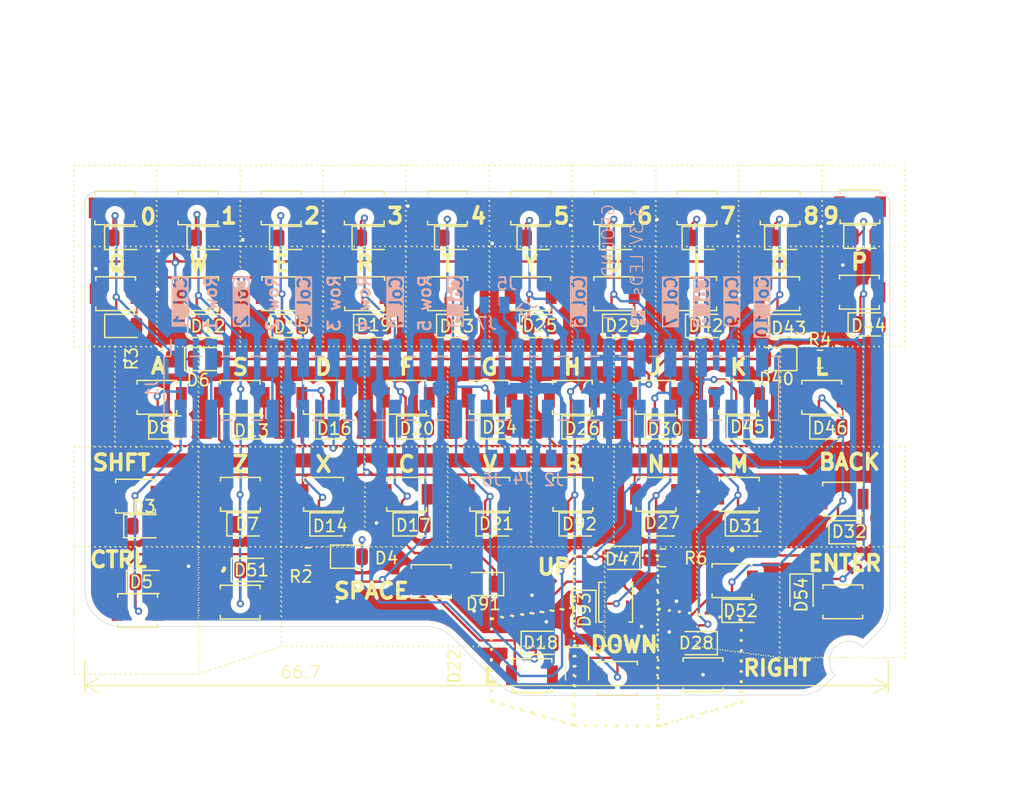
<source format=kicad_pcb>
(kicad_pcb (version 20241229) (generator "pcbnew") (generator_version "9.0")
  (layers (0 "F.Cu" signal) (2 "B.Cu" signal) (13 "F.Paste" user) (15 "B.Paste" user) (5 "F.SilkS" user "F.Silkscreen") (7 "B.SilkS" user "B.Silkscreen") (1 "F.Mask" user) (3 "B.Mask" user) (25 "Edge.Cuts" user))
  (net 0 "")
  (net 1 "COL1")
  (net 2 "Net-(D2-A)")
  (net 3 "Net-(D3-A)")
  (net 4 "Net-(D5-A)")
  (net 5 "COL2")
  (net 6 "Net-(D7-A)")
  (net 7 "Net-(D8-A)")
  (net 8 "Net-(D9-A)")
  (net 9 "Net-(D10-A)")
  (net 10 "COL3")
  (net 11 "Net-(D11-A)")
  (net 12 "Net-(D12-A)")
  (net 13 "Net-(D13-A)")
  (net 14 "Net-(D14-A)")
  (net 15 "Net-(D15-A)")
  (net 16 "COL4")
  (net 17 "Net-(D16-A)")
  (net 18 "Net-(D17-A)")
  (net 19 "Net-(D18-A)")
  (net 20 "COL5")
  (net 21 "Net-(D19-A)")
  (net 22 "Net-(D20-A)")
  (net 23 "Net-(D21-A)")
  (net 24 "Net-(D22-A)")
  (net 25 "Net-(D23-A)")
  (net 26 "COL6")
  (net 27 "Net-(D24-A)")
  (net 28 "Net-(D25-A)")
  (net 29 "COL7")
  (net 30 "Net-(D26-A)")
  (net 31 "Net-(D27-A)")
  (net 32 "COL8")
  (net 33 "Net-(D29-A)")
  (net 34 "Net-(D30-A)")
  (net 35 "Net-(D31-A)")
  (net 36 "Net-(D32-A)")
  (net 37 "Net-(D33-A)")
  (net 38 "Net-(D34-A)")
  (net 39 "Net-(D35-A)")
  (net 40 "Net-(D36-A)")
  (net 41 "Net-(D37-A)")
  (net 42 "Net-(D38-A)")
  (net 43 "Net-(D39-A)")
  (net 44 "Net-(D42-A)")
  (net 45 "Net-(D43-A)")
  (net 46 "Net-(D44-A)")
  (net 47 "Net-(D45-A)")
  (net 48 "Net-(D46-A)")
  (net 49 "Net-(D51-A)")
  (net 50 "Net-(D52-A)")
  (net 51 "Net-(D54-A)")
  (net 52 "Net-(D91-A)")
  (net 53 "Net-(D92-A)")
  (net 54 "Net-(D93-A)")
  (net 55 "ROW1")
  (net 56 "ROW5")
  (net 57 "ROW2")
  (net 58 "ROW3")
  (net 59 "ROW4")
  (net 60 "COL10")
  (net 61 "COL9")
  (net 62 "Net-(D28-K)")
  (net 63 "GND")
  (net 64 "+3.3V")
  (net 65 "Net-(D4-K)")
  (net 66 "Net-(D6-K)")
  (net 67 "Net-(D40-K)")
  (net 68 "Net-(D47-K)")
  (net 69 "SPARE1")
  (net 70 "SPARE4")
  (net 71 "SPARE6")
  (net 72 "SPARE2")
  (net 73 "SPARE5")
  (net 74 "SPARE3")
  (footprint "Diode_SMD:D_0805_2012Metric" (layer "F.Cu") (at 161.1962 82.25)
    (property "Reference" "D36" (hide yes))
    (property "Value" "SS24")
  )
  (footprint "USB4105-GF-A (1):SW_SPST_B3U-1000P_MovedText" (layer "F.Cu") (at 160.850001 112.475 -90)
    (property "Reference" "SWe88")
    (property "Value" "UP")
  )
  (footprint "Diode_SMD:D_0805_2012Metric" (layer "F.Cu") (at 181.463 82.15)
    (property "Reference" "D39" (hide yes))
    (property "Value" "SS24")
  )
  (footprint "Diode_SMD:D_0805_2012Metric" (layer "F.Cu") (at 144.3531 97.975)
    (property "Reference" "D20")
    (property "Value" "SS24")
  )
  (footprint "Diode_SMD:D_0805_2012Metric" (layer "F.Cu") (at 171.3514 113.2)
    (property "Reference" "D52")
    (property "Value" "SS24")
  )
  (footprint "Diode_SMD:D_0805_2012Metric" (layer "F.Cu") (at 133.8071 82.25)
    (property "Reference" "D11" (hide yes))
    (property "Value" "SS24")
  )
  (footprint "USB4105-GF-A (1):SW_SPST_B3U-1000P_MovedText" (layer "F.Cu") (at 160.6833 86.875)
    (property "Reference" "SWe14")
    (property "Value" "U")
  )
  (footprint "USB4105-GF-A (1):SW_SPST_B3U-1000P_MovedText" (layer "F.Cu") (at 150.4 103.525)
    (property "Reference" "SWe64")
    (property "Value" "V")
  )
  (footprint "Diode_SMD:D_0805_2012Metric" (layer "F.Cu") (at 138.8625 108.7)
    (property "Reference" "D4")
    (property "Value" "SS24")
  )
  (footprint "Diode_SMD:D_0805_2012Metric" (layer "F.Cu") (at 133.8972 89.55)
    (property "Reference" "D15")
    (property "Value" "SS24")
  )
  (footprint "USB4105-GF-A (1):SW_SPST_B3U-1000P_MovedText" (layer "F.Cu") (at 168.099999 118.5 180)
    (property "Reference" "SWe7")
    (property "Value" "RIGHT")
  )
  (footprint "USB4105-GF-A (1):SW_SPST_B3U-1000P_MovedText" (layer "F.Cu") (at 121.175 113.175)
    (property "Reference" "SWe12")
    (property "Value" "CTRL")
  )
  (footprint "USB4105-GF-A (1):SW_SPST_B3U-1000P_MovedText" (layer "F.Cu") (at 153.9 118.575)
    (property "Reference" "SWe13")
    (property "Value" "L")
  )
  (footprint "Diode_SMD:D_0805_2012Metric" (layer "F.Cu") (at 150.9458 106.025)
    (property "Reference" "D21")
    (property "Value" "SS24")
  )
  (footprint "Diode_SMD:D_0805_2012Metric" (layer "F.Cu") (at 158.0719 97.975)
    (property "Reference" "D26")
    (property "Value" "SS24")
  )
  (footprint "Diode_SMD:D_0805_2012Metric" (layer "F.Cu") (at 175.2139 89.55)
    (property "Reference" "D43")
    (property "Value" "SS24")
  )
  (footprint "Diode_SMD:D_0805_2012Metric" (layer "F.Cu") (at 137.1569 106.025)
    (property "Reference" "D14")
    (property "Value" "SS24")
  )
  (footprint "USB4105-GF-A (1):SW_SPST_B3U-1000P_MovedText" (layer "F.Cu") (at 179.7 112.45 180)
    (property "Reference" "SWe50")
    (property "Value" "ENTER")
  )
  (footprint "Diode_SMD:D_0805_2012Metric" (layer "F.Cu") (at 144.0514 106.025)
    (property "Reference" "D17")
    (property "Value" "SS24")
  )
  (footprint "USB4105-GF-A (1):SW_SPST_B3U-1000P_MovedText" (layer "F.Cu") (at 171.0393 95.475)
    (property "Reference" "SWe38")
    (property "Value" "K")
  )
  (footprint "Diode_SMD:D_0805_2012Metric" (layer "F.Cu") (at 157.650001 117.925 -90)
    (property "Reference" "D22")
    (property "Value" "SS24")
  )
  (footprint "Diode_SMD:D_0805_2012Metric" (layer "F.Cu") (at 164.7347 106.025)
    (property "Reference" "D27")
    (property "Value" "SS24")
  )
  (footprint "Diode_SMD:D_0805_2012Metric" (layer "F.Cu") (at 171.7906 97.975)
    (property "Reference" "D45")
    (property "Value" "SS24")
  )
  (footprint "USB4105-GF-A (1):SW_SPST_B3U-1000P_MovedText" (layer "F.Cu") (at 139.9833 79.75)
    (property "Reference" "SWe20")
    (property "Value" "3")
  )
  (footprint "USB4105-GF-A (1):SW_SPST_B3U-1000P_MovedText" (layer "F.Cu") (at 146.8861 79.75)
    (property "Reference" "SWe21")
    (property "Value" "4")
  )
  (footprint "USB4105-GF-A (1):SW_SPST_B3U-1000P_MovedText" (layer "F.Cu") (at 150.3625 95.475)
    (property "Reference" "SWe73")
    (property "Value" "G")
  )
  (footprint "USB4105-GF-A (1):SW_SPST_B3U-1000P_MovedText" (layer "F.Cu") (at 136.5824 95.475)
    (property "Reference" "SWe53")
    (property "Value" "D")
  )
  (footprint "USB4105-GF-A (1):SW_SPST_B3U-1000P_MovedText" (layer "F.Cu") (at 157.3 103.525)
    (property "Reference" "SWe87")
    (property "Value" "B")
  )
  (footprint "USB4105-GF-A (1):SW_SPST_B3U-1000P_MovedText" (layer "F.Cu") (at 161.000001 118.8 180)
    (property "Reference" "SWe2")
    (property "Value" "DOWN")
  )
  (footprint "Diode_SMD:D_0805_2012Metric" (layer "F.Cu") (at 123.775 97.975)
    (property "Reference" "D8")
    (property "Value" "SS24")
  )
  (footprint "USB4105-GF-A (1):SW_SPST_B3U-1000P_MovedText" (layer "F.Cu") (at 122.775 95.475)
    (property "Reference" "SWe33")
    (property "Value" "A")
  )
  (footprint "Diode_SMD:D_0805_2012Metric" (layer "F.Cu") (at 137.4938 97.975)
    (property "Reference" "D16")
    (property "Value" "SS24")
  )
  (footprint "USB4105-GF-A (1):SW_SPST_B3U-1000P_MovedText" (layer "F.Cu") (at 140.0167 86.875)
    (property "Reference" "SWe62")
    (property "Value" "R")
  )
  (footprint "USB4105-GF-A (1):SW_SPST_B3U-1000P_MovedText" (layer "F.Cu") (at 174.4972 79.75)
    (property "Reference" "SWe28")
    (property "Value" "8")
  )
  (footprint "USB4105-GF-A (1):SW_SPST_B3U-1000P_MovedText" (layer "F.Cu") (at 167.5944 79.75)
    (property "Reference" "SWe27")
    (property "Value" "7")
  )
  (footprint "USB4105-GF-A (1):SW_SPST_B3U-1000P_MovedText" (layer "F.Cu") (at 181.125 79.65)
    (property "Reference" "SWe29")
    (property "Value" "9")
  )
  (footprint "USB4105-GF-A (1):SW_SPST_B3U-1000P_MovedText" (layer "F.Cu") (at 129.7 103.525)
    (property "Reference" "SWe34")
    (property "Value" "Z")
  )
  (footprint "Diode_SMD:D_0805_2012Metric" (layer "F.Cu") (at 154.5556 89.55)
    (property "Reference" "D25")
    (property "Value" "SS24")
  )
  (footprint "Resistor_SMD:R_0805_2012Metric_Pad1.20x1.40mm_HandSolder" (layer "F.Cu") (at 135.3 108.7 180)
    (property "Reference" "R2")
    (property "Value" "R")
  )
  (footprint "Diode_SMD:D_0805_2012Metric" (layer "F.Cu") (at 121.7 106.175)
    (property "Reference" "D3")
    (property "Value" "SS24")
  )
  (footprint "Resistor_SMD:R_0805_2012Metric_Pad1.20x1.40mm_HandSolder" (layer "F.Cu") (at 164.762499 108.805)
    (property "Reference" "R6")
    (property "Value" "R")
  )
  (footprint "Diode_SMD:D_0805_2012Metric" (layer "F.Cu") (at 149.865908 110.975336 180)
    (property "Reference" "D91")
    (property "Value" "SS24")
  )
  (footprint "USB4105-GF-A (1):SW_SPST_B3U-1000P_MovedText" (layer "F.Cu") (at 153.7944 86.875)
    (property "Reference" "SWe4")
    (property "Value" "Y")
  )
  (footprint "USB4105-GF-A (1):SW_SPST_B3U-1000P_MovedText" (layer "F.Cu") (at 160.6917 79.75)
    (property "Reference" "SWe26")
    (property "Value" "6")
  )
  (footprint "Diode_SMD:D_0805_2012Metric" (layer "F.Cu") (at 154.6875 115.85)
    (property "Reference" "D18")
    (property "Value" "SS24")
  )
  (footprint "USB4105-GF-A (1):SW_SPST_B3U-1000P_MovedText" (layer "F.Cu") (at 143.4724 95.475)
    (property "Reference" "SWe63")
    (property "Value" "F")
  )
  (footprint "USB4105-GF-A (1):SW_SPST_B3U-1000P_MovedText" (layer "F.Cu") (at 136.6 103.525)
    (property "Reference" "SWe44")
    (property "Value" "X")
  )
  (footprint "Diode_SMD:D_0805_2012Metric" (layer "F.Cu") (at 126.7625 92.3)
    (property "Reference" "D6")
    (property "Value" "SS24")
  )
  (footprint "Diode_SMD:D_0805_2012Metric" (layer "F.Cu") (at 147.6694 89.55)
    (property "Reference" "D23")
    (property "Value" "SS24")
  )
  (footprint "USB4105-GF-A (1):SW_SPST_B3U-1000P_MovedText" (layer "F.Cu") (at 164.1426 95.475)
    (property "Reference" "SWe15")
    (property "Value" "J")
  )
  (footprint "USB4105-GF-A (1):SW_SPST_B3U-1000P_MovedText" (layer "F.Cu") (at 126.2389 86.875)
    (property "Reference" "SWe42")
    (property "Value" "W")
  )
  (footprint "USB4105-GF-A (1):SW_SPST_B3U-1000P_MovedText" (layer "F.Cu") (at 153.7889 79.75)
    (property "Reference" "SWe25")
    (property "Value" "5")
  )
  (footprint "Diode_SMD:D_0805_2012Metric" (layer "F.Cu") (at 157.8403 106.025)
    (property "Reference" "D92")
    (property "Value" "SS24")
  )
  (footprint "Diode_SMD:D_0805_2012Metric" (layer "F.Cu") (at 121.9375 110.8)
    (property "Reference" "D5")
    (property "Value" "SS24")
  )
  (footprint "Diode_SMD:D_0805_2012Metric" (layer "F.Cu") (at 151.2125 97.975)
    (property "Reference" "D24")
    (property "Value" "SS24")
  )
  (footprint "Diode_SMD:D_0805_2012Metric" (layer "F.Cu") (at 158.250001 113.175 -90)
    (property "Reference" "D93")
    (property "Value" "SS24")
  )
  (footprint "USB4105-GF-A (1):SW_SPST_B3U-1000P_MovedText" (layer "F.Cu") (at 133.1278 86.875)
    (property "Reference" "SWe52")
    (property "Value" "E")
  )
  (footprint "Diode_SMD:D_0805_2012Metric" (layer "F.Cu") (at 180.2375 106.675)
    (property "Reference" "D32")
    (property "Value" "SS24")
  )
  (footprint "Diode_SMD:D_0805_2012Metric" (layer "F.Cu") (at 161.162499 108.8 180)
    (property "Reference" "D47")
    (property "Value" "SS24")
  )
  (footprint "Diode_SMD:D_0805_2012Metric" (layer "F.Cu") (at 174.8907 82.25)
    (property "Reference" "D38" (hide yes))
    (property "Value" "SS24")
  )
  (footprint "Diode_SMD:D_0805_2012Metric" (layer "F.Cu") (at 130.6344 97.975)
    (property "Reference" "D13")
    (property "Value" "SS24")
  )
  (footprint "USB4105-GF-A (1):SW_SPST_B3U-1000P_MovedText" (layer "F.Cu") (at 170.5 110.7)
    (property "Reference" "SWe48")
    (property "Value" ".")
  )
  (footprint "Diode_SMD:D_0805_2012Metric" (layer "F.Cu") (at 164.9313 97.975)
    (property "Reference" "D30")
    (property "Value" "SS24")
  )
  (footprint "Diode_SMD:D_0805_2012Metric" (layer "F.Cu") (at 120.125 89.55)
    (property "Reference" "D9" (hide yes))
    (property "Value" "SS24")
  )
  (footprint "Diode_SMD:D_0805_2012Metric" (layer "F.Cu") (at 147.5016 82.25)
    (property "Reference" "D34" (hide yes))
    (property "Value" "SS24")
  )
  (footprint "Diode_SMD:D_0805_2012Metric" (layer "F.Cu") (at 126.9598 82.25)
    (property "Reference" "D10" (hide yes))
    (property "Value" "SS24")
  )
  (footprint "USB4105-GF-A (1):SW_SPST_B3U-1000P_MovedText" (layer "F.Cu") (at 143.5 103.525)
    (property "Reference" "SWe54")
    (property "Value" "C")
  )
  (footprint "USB4105-GF-A (1):SW_SPST_B3U-1000P_MovedText" (layer "F.Cu") (at 177.95 95.475)
    (property "Reference" "SWe39")
    (property "Value" "L")
  )
  (footprint "USB4105-GF-A (1):SW_SPST_B3U-1000P_MovedText" (layer "F.Cu") (at 146.9056 86.875)
    (property "Reference" "SWe72")
    (property "Value" "T")
  )
  (footprint "USB4105-GF-A (1):SW_SPST_B3U-1000P_MovedText" (layer "F.Cu") (at 171.1 103.525)
    (property "Reference" "SWe16")
    (property "Value" "M")
  )
  (footprint "Resistor_SMD:R_0805_2012Metric_Pad1.20x1.40mm_HandSolder" (layer "F.Cu") (at 123.125 92.3 180)
    (property "Reference" "R3")
    (property "Value" "R")
  )
  (footprint "Diode_SMD:D_0805_2012Metric" (layer "F.Cu") (at 154.3489 82.25)
    (property "Reference" "D35" (hide yes))
    (property "Value" "SS24")
  )
  (footprint "USB4105-GF-A (1):SW_SPST_B3U-1000P_MovedText" (layer "F.Cu") (at 129.6847 112.475)
    (property "Reference" "SWe47")
    (property "Value" ",")
  )
  (footprint "USB4105-GF-A (1):SW_SPST_B3U-1000P_MovedText" (layer "F.Cu") (at 145.540908 110.775336)
    (property "Reference" "SWe86")
    (property "Value" "SPACE")
  )
  (footprint "Diode_SMD:D_0805_2012Metric" (layer "F.Cu") (at 167.6 115.875 180)
    (property "Reference" "D28")
    (property "Value" "SS24")
  )
  (footprint "USB4105-GF-A (1):SW_SPST_B3U-1000P_MovedText" (layer "F.Cu") (at 157.2526 95.475)
    (property "Reference" "SWe5")
    (property "Value" "H")
  )
  (footprint "Diode_SMD:D_0805_2012Metric" (layer "F.Cu") (at 168.3278 89.55)
    (property "Reference" "D42")
    (property "Value" "SS24")
  )
  (footprint "Diode_SMD:D_0805_2012Metric" (layer "F.Cu") (at 120.1125 82.25)
    (property "Reference" "D2" (hide yes))
    (property "Value" "SS24")
  )
  (footprint "Diode_SMD:D_0805_2012Metric" (layer "F.Cu") (at 181.824999 89.425)
    (property "Reference" "D44")
    (property "Value" "SS24")
  )
  (footprint "Diode_SMD:D_0805_2012Metric" (layer "F.Cu") (at 140.7833 89.55)
    (property "Reference" "D19")
    (property "Value" "SS24")
  )
  (footprint "USB4105-GF-A (1):SW_SPST_B3U-1000P_MovedText" (layer "F.Cu") (at 119.275 79.75)
    (property "Reference" "ESC1" (hide yes))
    (property "Value" "0")
  )
  (footprint "USB4105-GF-A (1):SW_SPST_B3U-1000P_MovedText" (layer "F.Cu") (at 167.5722 86.875)
    (property "Reference" "SWe35")
    (property "Value" "I")
  )
  (footprint "Diode_SMD:D_0805_2012Metric" (layer "F.Cu") (at 161.4417 89.55)
    (property "Reference" "D29")
    (property "Value" "SS24")
  )
  (footprint "USB4105-GF-A (1):SW_SPST_B3U-1000P_MovedText" (layer "F.Cu") (at 119.35 86.875)
    (property "Reference" "SWe32")
    (property "Value" "Q")
  )
  (footprint "Diode_SMD:D_0805_2012Metric" (layer "F.Cu") (at 171.6292 106.025)
    (property "Reference" "D31")
    (property "Value" "SS24")
  )
  (footprint "USB4105-GF-A (1):SW_SPST_B3U-1000P_MovedText" (layer "F.Cu") (at 126.1778 79.75)
    (property "Reference" "SWe8")
    (property "Value" "1")
  )
  (footprint "USB4105-GF-A (1):SW_SPST_B3U-1000P_MovedText" (layer "F.Cu") (at 164.2 103.525)
    (property "Reference" "SWe6")
    (property "Value" "N")
  )
  (footprint "Diode_SMD:D_0805_2012Metric" (layer "F.Cu") (at 130.2625 106.025)
    (property "Reference" "D7")
    (property "Value" "SS24")
  )
  (footprint "USB4105-GF-A (1):SW_SPST_B3U-1000P_MovedText" (layer "F.Cu") (at 129.6857 95.475)
    (property "Reference" "SWe43")
    (property "Value" "S")
  )
  (footprint "Diode_SMD:D_0805_2012Metric" (layer "F.Cu") (at 130.625 109.8)
    (property "Reference" "D51")
    (property "Value" "SS24")
  )
  (footprint "USB4105-GF-A (1):SW_SPST_B3U-1000P_MovedText" (layer "F.Cu") (at 181.074999 86.75)
    (property "Reference" "SWe37")
    (property "Value" "P")
  )
  (footprint "USB4105-GF-A (1):SW_SPST_B3U-1000P_MovedText" (layer "F.Cu") (at 179.675 103.925)
    (property "Reference" "SWe17")
    (property "Value" "BACK")
  )
  (footprint "Diode_SMD:D_0805_2012Metric" (layer "F.Cu") (at 176.275 111.825 -90)
    (property "Reference" "D54")
    (property "Value" "SS24")
  )
  (footprint "USB4105-GF-A (1):SW_SPST_B3U-1000P_MovedText" (layer "F.Cu") (at 174.4611 86.875)
    (property "Reference" "SWe36")
    (property "Value" "O")
  )
  (footprint "Diode_SMD:D_0805_2012Metric" (layer "F.Cu") (at 140.6543 82.25)
    (property "Reference" "D33" (hide yes))
    (property "Value" "SS24")
  )
  (footprint "USB4105-GF-A (1):SW_SPST_B3U-1000P_MovedText" (layer "F.Cu") (at 121 103.675)
    (property "Reference" "SWe24")
    (property "Value" "SHFT")
  )
  (footprint "Diode_SMD:D_0805_2012Metric" (layer "F.Cu") (at 174.2 92.3 180)
    (property "Reference" "D40")
    (property "Value" "SS24")
  )
  (footprint "Resistor_SMD:R_0805_2012Metric_Pad1.20x1.40mm_HandSolder" (layer "F.Cu") (at 177.8 92.3)
    (property "Reference" "R4")
    (property "Value" "R")
  )
  (footprint "Diode_SMD:D_0805_2012Metric" (layer "F.Cu") (at 127.0111 89.55)
    (property "Reference" "D12")
    (property "Value" "SS24")
  )
  (footprint "Diode_SMD:D_0805_2012Metric" (layer "F.Cu") (at 178.65 97.975)
    (property "Reference" "D46")
    (property "Value" "SS24")
  )
  (footprint "Diode_SMD:D_0805_2012Metric" (layer "F.Cu") (at 168.0435 82.25)
    (property "Reference" "D37" (hide yes))
    (property "Value" "SS24")
  )
  (footprint "USB4105-GF-A (1):SW_SPST_B3U-1000P_MovedText" (layer "F.Cu") (at 133.0806 79.75)
    (property "Reference" "SWe18")
    (property "Value" "2")
  )
  (footprint "USB4105-GF-A (1):Lil_Pad" (layer "B.Cu") (at 150.6 100.5)
    (property "Reference" "J6")
    (property "Value" "Conn_01x01_Pin")
  )
  (footprint "USB4105-GF-A (1):Lil_Pad" (layer "B.Cu") (at 151.6 87.8)
    (property "Reference" "J5")
    (property "Value" "Conn_01x01_Pin")
  )
  (footprint "Connector_PinHeader_2.54mm:PinHeader_2x20_P2.54mm_Vertical_SMD" (layer "B.Cu") (at 148.87 94.725 -90)
    (property "Reference" "J1")
    (property "Value" "Conn_02x20_Counter_Clockwise")
  )
  (footprint "USB4105-GF-A (1):Lil_Pad" (layer "B.Cu") (at 155.5 100.5)
    (property "Reference" "J2")
    (property "Value" "Conn_01x01_Pin")
  )
  (footprint "USB4105-GF-A (1):Lil_Pad" (layer "B.Cu") (at 150 87.8)
    (property "Reference" "J7")
    (property "Value" "Conn_01x01_Pin")
  )
  (footprint "USB4105-GF-A (1):Lil_Pad" (layer "B.Cu") (at 153 100.5)
    (property "Reference" "J4")
    (property "Value" "Conn_01x01_Pin")
  )
  (footprint "USB4105-GF-A (1):Lil_Pad" (layer "B.Cu") (at 154.3 89.2 45)
    (property "Reference" "J3")
    (property "Value" "Conn_01x01_Pin")
  )
  (gr_poly (pts (xy 184.888979 83.747884) (xy 184.888979 91.294143) (xy 183.155558 91.294143) (xy 181.422137 91.294143) (xy 181.422137 95.422713) (xy 181.422137 99.551282) (xy 183.155558 99.551282) (xy 184.888979 99.551282) (xy 184.888979 108.32791) (xy 184.888979 117.104537) (xy 179.733553 117.104678) (xy 174.578123 117.104815) (xy 171.200945 116.666297) (xy 167.823767 116.227774) (xy 167.689276 116.200305) (xy 167.554789 116.172835) (xy 167.554789 112.045306) (xy 167.554789 107.917788) (xy 167.613806 107.917788) (xy 167.629126 112.031157) (xy 167.644446 116.144526) (xy 171.021624 116.591185) (xy 174.398802 117.037844) (xy 174.413741 117.043845) (xy 174.428679 117.049845) (xy 174.42869 112.483821) (xy 174.488467 112.483821) (xy 174.488467 117.049853) (xy 179.658839 117.049853) (xy 184.829211 117.049853) (xy 184.829203 112.483821) (xy 184.829203 107.917788) (xy 179.658839 107.917788) (xy 174.488467 107.917788) (xy 174.488467 112.483821) (xy 174.42869 112.483821) (xy 174.42869 107.917788) (xy 171.021246 107.917788) (xy 167.613806 107.917788) (xy 167.554789 107.917788) (xy 163.7592 107.917788) (xy 159.96361 107.917788) (xy 159.96361 112.046359) (xy 159.96361 116.174929) (xy 146.559016 116.174929) (xy 133.154419 116.174929) (xy 129.702748 117.323272) (xy 126.251074 118.471618) (xy 121.051086 118.471618) (xy 115.851099 118.471618) (xy 115.851099 113.167361) (xy 115.910872 113.167361) (xy 115.910872 118.416934) (xy 121.051354 118.416934) (xy 126.191837 118.416934) (xy 126.191837 113.167357) (xy 126.191837 113.166785) (xy 126.251608 113.166785) (xy 126.251608 118.415782) (xy 126.714849 118.261702) (xy 127.17809 118.107627) (xy 130.121916 117.129027) (xy 133.065737 116.150428) (xy 133.065737 112.03411) (xy 133.065737 112.019015) (xy 133.125512 112.019015) (xy 133.125512 116.120242) (xy 146.514676 116.120242) (xy 159.903838 116.120242) (xy 159.903841 112.019015) (xy 159.903841 107.917788) (xy 146.514676 107.917788) (xy 133.125512 107.917788) (xy 133.125512 112.019015) (xy 133.065737 112.019015) (xy 133.065737 107.917788) (xy 129.658673 107.917788) (xy 126.251608 107.917788) (xy 126.251608 113.166785) (xy 126.191837 113.166785) (xy 126.191837 107.917788) (xy 121.051354 107.917788) (xy 115.910872 107.917788) (xy 115.910872 113.167361) (xy 115.851099 113.167361) (xy 115.851099 109.011447) (xy 115.851099 103.734534) (xy 115.910872 103.734534) (xy 115.910872 107.863105) (xy 121.051354 107.863105) (xy 126.191837 107.863105) (xy 126.19184 103.734534) (xy 126.251612 103.734534) (xy 126.251612 107.863105) (xy 129.658677 107.863105) (xy 133.065741 107.863105) (xy 133.065741 103.734534) (xy 133.125513 103.734534) (xy 133.125513 107.863105) (xy 136.562464 107.863105) (xy 139.999415 107.863105) (xy 139.999415 103.734534) (xy 140.059187 103.734534) (xy 140.059187 107.863105) (xy 143.466252 107.863105) (xy 146.873316 107.863105) (xy 146.873316 103.734534) (xy 146.933089 103.734534) (xy 146.933089 107.863105) (xy 150.370039 107.863105) (xy 153.80699 107.863105) (xy 153.80699 103.734534) (xy 153.866763 103.734534) (xy 153.866763 107.863105) (xy 157.273829 107.863105) (xy 160.680891 107.863105) (xy 160.680891 103.734534) (xy 160.740668 103.734534) (xy 160.740668 107.863105) (xy 164.14773 107.863105) (xy 167.554793 107.863105) (xy 167.554793 103.734534) (xy 167.614565 103.734534) (xy 167.614565 107.863105) (xy 171.051516 107.863105) (xy 174.488467 107.863105) (xy 174.488467 103.734534) (xy 174.548243 103.734534) (xy 174.548243 107.863105) (xy 179.688731 107.863105) (xy 184.829211 107.863105) (xy 184.829211 103.734534) (xy 184.829211 99.605963) (xy 179.688731 99.605963) (xy 174.548243 99.605963) (xy 174.548243 103.734534) (xy 174.488467 103.734534) (xy 174.488467 99.605963) (xy 171.051516 99.605963) (xy 167.614565 99.605963) (xy 167.614565 103.734534) (xy 167.554793 103.734534) (xy 167.554793 99.605963) (xy 164.14773 99.605963) (xy 160.740668 99.605963) (xy 160.740668 103.734534) (xy 160.680891 103.734534) (xy 160.680891 99.605963) (xy 157.273829 99.605963) (xy 153.866763 99.605963) (xy 153.866763 103.734534) (xy 153.80699 103.734534) (xy 153.80699 99.605963) (xy 150.370039 99.605963) (xy 146.933089 99.605963) (xy 146.933089 103.734534) (xy 146.873316 103.734534) (xy 146.873316 99.605963) (xy 143.466252 99.605963) (xy 140.059187 99.605963) (xy 140.059187 103.734534) (xy 139.999415 103.734534) (xy 139.999415 99.605963) (xy 136.562464 99.605963) (xy 133.125513 99.605963) (xy 133.125513 103.734534) (xy 133.065741 103.734534) (xy 133.065741 99.605963) (xy 129.658677 99.605963) (xy 126.251612 99.605963) (xy 126.251612 103.734534) (xy 126.19184 103.734534) (xy 126.19184 99.605963) (xy 121.051354 99.605963) (xy 115.910872 99.605963) (xy 115.910872 103.734534) (xy 115.851099 103.734534) (xy 115.851099 99.551282) (xy 117.554631 99.551282) (xy 119.258163 99.551282) (xy 119.258163 95.422713) (xy 119.317936 95.422713) (xy 119.317936 99.551282) (xy 122.754886 99.551282) (xy 126.191837 99.551282) (xy 126.191837 95.422713) (xy 126.251608 95.422713) (xy 126.251608 99.551282) (xy 129.658673 99.551282) (xy 133.065737 99.551282) (xy 133.065737 95.422713) (xy 133.12551 95.422713) (xy 133.12551 99.551282) (xy 136.56246 99.551282) (xy 139.999411 99.551282) (xy 139.999411 95.422713) (xy 140.059184 95.422713) (xy 140.059184 99.551282) (xy 143.466248 99.551282) (xy 146.873312 99.551282) (xy 146.873312 95.422713) (xy 146.933085 95.422713) (xy 146.933085 99.551282) (xy 150.370036 99.551282) (xy 153.806986 99.551282) (xy 153.806986 95.422713) (xy 153.866759 95.422713) (xy 153.866759 99.551282) (xy 157.273825 99.551282) (xy 160.680888 99.551282) (xy 160.680888 95.422713) (xy 160.740664 95.422713) (xy 160.740664 99.551282) (xy 164.147726 99.551282) (xy 167.554789 99.551282) (xy 167.554789 95.422713) (xy 167.614561 95.422713) (xy 167.614561 99.551282) (xy 171.051512 99.551282) (xy 174.488463 99.551282) (xy 174.488463 95.422713) (xy 174.548235 95.422713) (xy 174.548235 99.551282) (xy 177.955302 99.551282) (xy 181.362368 99.551282) (xy 181.362368 95.422713) (xy 181.362368 91.294143) (xy 177.955302 91.294143) (xy 174.548235 91.294143) (xy 174.548235 95.422713) (xy 174.488463 95.422713) (xy 174.488463 91.294143) (xy 171.051512 91.294143) (xy 167.614561 91.294143) (xy 167.614561 95.422713) (xy 167.554789 95.422713) (xy 167.554789 91.294143) (xy 164.147726 91.294143) (xy 160.740664 91.294143) (xy 160.740664 95.422713) (xy 160.680888 95.422713) (xy 160.680888 91.294143) (xy 157.273825 91.294143) (xy 153.866759 91.294143) (xy 153.866759 95.422713) (xy 153.806986 95.422713) (xy 153.806986 91.294143) (xy 150.370036 91.294143) (xy 146.933085 91.294143) (xy 146.933085 95.422713) (xy 146.873312 95.422713) (xy 146.873312 91.294143) (xy 143.466248 91.294143) (xy 140.059184 91.294143) (xy 140.059184 95.422713) (xy 139.999411 95.422713) (xy 139.999411 91.294143) (xy 136.56246 91.294143) (xy 133.12551 91.294143) (xy 133.12551 95.422713) (xy 133.065737 95.422713) (xy 133.065737 91.294143) (xy 129.658673 91.294143) (xy 126.251608 91.294143) (xy 126.251608 95.422713) (xy 126.191837 95.422713) (xy 126.191837 91.294143) (xy 122.754886 91.294143) (xy 119.317936 91.294143) (xy 119.317936 95.422713) (xy 119.258163 95.422713) (xy 119.258163 91.294143) (xy 117.554631 91.294143) (xy 115.851099 91.294143) (xy 115.851099 87.110891) (xy 115.910872 87.110891) (xy 115.910872 91.239461) (xy 119.317936 91.239461) (xy 122.725 91.239461) (xy 122.725 87.110891) (xy 122.784773 87.110891) (xy 122.784773 91.239461) (xy 126.221724 91.239461) (xy 129.658674 91.239461) (xy 129.658674 87.110891) (xy 129.718447 87.110891) (xy 129.718447 91.239461) (xy 133.125512 91.239461) (xy 136.532576 91.239461) (xy 136.532576 87.110891) (xy 136.592348 87.110891) (xy 136.592348 91.239461) (xy 139.999413 91.239461) (xy 143.406477 91.239461) (xy 143.406477 87.110891) (xy 143.46625 87.110891) (xy 143.46625 91.239461) (xy 146.903201 91.239461) (xy 150.340151 91.239461) (xy 150.340151 87.110891) (xy 150.399924 87.110891) (xy 150.399924 91.239461) (xy 153.806986 91.239461) (xy 157.214053 91.239461) (xy 157.214053 87.110891) (xy 157.273825 87.110891) (xy 157.273825 91.239461) (xy 160.710776 91.239461) (xy 164.147726 91.239461) (xy 164.147726 87.110891) (xy 164.207503 87.110891) (xy 164.207503 91.239461) (xy 167.614565 91.239461) (xy 171.021628 91.239461) (xy 171.021628 87.110891) (xy 171.0814 87.110891) (xy 171.0814 91.239461) (xy 174.518351 91.239461) (xy 177.955302 91.239461) (xy 177.955302 87.110891) (xy 178.01507 87.110891) (xy 178.01507 91.239461) (xy 181.422137 91.239461) (xy 184.829203 91.239461) (xy 184.829203 87.110891) (xy 184.829203 82.982321) (xy 181.422137 82.982321) (xy 178.01507 82.982321) (xy 178.01507 87.110891) (xy 177.955302 87.110891) (xy 177.955302 82.982321) (xy 174.518351 82.982321) (xy 171.0814 82.982321) (xy 171.0814 87.110891) (xy 171.021628 87.110891) (xy 171.021628 82.982321) (xy 167.614565 82.982321) (xy 164.207503 82.982321) (xy 164.207503 87.110891) (xy 164.147726 87.110891) (xy 164.147726 82.982321) (xy 160.710776 82.982321) (xy 157.273825 82.982321) (xy 157.273825 87.110891) (xy 157.214053 87.110891) (xy 157.214053 82.982321) (xy 153.806986 82.982321) (xy 150.399924 82.982321) (xy 150.399924 87.110891) (xy 150.340151 87.110891) (xy 150.340151 82.982321) (xy 146.903201 82.982321) (xy 143.46625 82.982321) (xy 143.46625 87.110891) (xy 143.406477 87.110891) (xy 143.406477 82.982321) (xy 139.999413 82.982321) (xy 136.592348 82.982321) (xy 136.592348 87.110891) (xy 136.532576 87.110891) (xy 136.532576 82.982321) (xy 133.125512 82.982321) (xy 129.718447 82.982321) (xy 129.718447 87.110891) (xy 129.658674 87.110891) (xy 129.658674 82.982321) (xy 126.221724 82.982321) (xy 122.784773 82.982321) (xy 122.784773 87.110891) (xy 122.725 87.110891) (xy 122.725 82.982321) (xy 119.317936 82.982321) (xy 115.910872 82.982321) (xy 115.910872 87.110891) (xy 115.851099 87.110891) (xy 115.851099 83.747884) (xy 115.851099 79.591973) (xy 115.910872 79.591973) (xy 115.910872 82.927638) (xy 119.317936 82.927638) (xy 122.725 82.927638) (xy 122.725 79.591973) (xy 122.784773 79.591973) (xy 122.784773 82.927638) (xy 126.221724 82.927638) (xy 129.658674 82.927638) (xy 129.658674 79.591973) (xy 129.718447 79.591973) (xy 129.718447 82.927638) (xy 133.125512 82.927638) (xy 136.532576 82.927638) (xy 136.532576 79.591973) (xy 136.592348 79.591973) (xy 136.592348 82.927638) (xy 139.999413 82.927638) (xy 143.406477 82.927638) (xy 143.406477 79.591973) (xy 143.46625 79.591973) (xy 143.46625 82.927638) (xy 146.903201 82.927638) (xy 150.340151 82.927638) (xy 150.340151 79.591973) (xy 150.399924 79.591973) (xy 150.399924 82.927638) (xy 153.806986 82.927638) (xy 157.214053 82.927638) (xy 157.214053 79.591973) (xy 157.273825 79.591973) (xy 157.273825 82.927638) (xy 160.710776 82.927638) (xy 164.147726 82.927638) (xy 164.147726 79.591973) (xy 164.207499 79.591973) (xy 164.207499 82.927638) (xy 167.614561 82.927638) (xy 171.021624 82.927638) (xy 171.021628 79.591973) (xy 171.0814 79.591973) (xy 171.0814 82.927638) (xy 174.518351 82.927638) (xy 177.955302 82.927638) (xy 177.955302 79.591973) (xy 178.015074 79.591973) (xy 178.015074 82.927638) (xy 181.422144 82.927638) (xy 184.829211 82.927638) (xy 184.829203 79.591973) (xy 184.829203 76.256308) (xy 181.422144 76.256308) (xy 178.015074 76.256308) (xy 178.015074 79.591973) (xy 177.955302 79.591973) (xy 177.955302 76.256308) (xy 174.518351 76.256308) (xy 171.0814 76.256308) (xy 171.0814 79.591973) (xy 171.021628 79.591973) (xy 171.021628 76.256308) (xy 167.614565 76.256308) (xy 164.207499 76.256308) (xy 164.207499 79.591973) (xy 164.147726 79.591973) (xy 164.147726 76.256308) (xy 160.710776 76.256308) (xy 157.273825 76.256308) (xy 157.273825 79.591973) (xy 157.214053 79.591973) (xy 157.214053 76.256308) (xy 153.806986 76.256308) (xy 150.399924 76.256308) (xy 150.399924 79.591973) (xy 150.340151 79.591973) (xy 150.340151 76.256308) (xy 146.903201 76.256308) (xy 143.46625 76.256308) (xy 143.46625 79.591973) (xy 143.406477 79.591973) (xy 143.406477 76.256308) (xy 139.999413 76.256308) (xy 136.592348 76.256308) (xy 136.592348 79.591973) (xy 136.532576 79.591973) (xy 136.532576 76.256308) (xy 133.125512 76.256308) (xy 129.718447 76.256308) (xy 129.718447 79.591973) (xy 129.658674 79.591973) (xy 129.658674 76.256308) (xy 126.221724 76.256308) (xy 122.784773 76.256308) (xy 122.784773 79.591973) (xy 122.725 79.591973) (xy 122.725 76.256308) (xy 119.317936 76.256308) (xy 115.910872 76.256308) (xy 115.910872 79.591973) (xy 115.851099 79.591973) (xy 115.851099 76.201625) (xy 150.370039 76.201625) (xy 184.888979 76.201625)) (stroke (width 0.1) (type dot)) (fill no) (layer "F.SilkS"))
  (gr_poly (pts (xy 164.373963 110.814765) (xy 164.373963 113.029429) (xy 164.421761 113.029429) (xy 164.469559 113.029429) (xy 167.813885 113.466815) (xy 171.158211 113.9042) (xy 171.232929 113.9299) (xy 171.307648 113.955599) (xy 171.307648 117.372958) (xy 171.307648 120.790316) (xy 170.097244 121.144324) (xy 168.886841 121.498332) (xy 166.735012 122.123427) (xy 164.583183 122.748522) (xy 164.463638 122.769431) (xy 164.344093 122.790339) (xy 160.877178 122.762583) (xy 157.41034 122.734824) (xy 153.959576 121.723612) (xy 150.508812 120.712401) (xy 150.507713 117.263167) (xy 150.506626 113.849669) (xy 150.566319 113.849669) (xy 150.566319 117.258032) (xy 150.566319 120.666396) (xy 153.958439 121.651595) (xy 157.350559 122.636794) (xy 157.36083 119.4) (xy 157.5 119.4) (xy 157.5 122.708323) (xy 160.907067 122.708323) (xy 164.314129 122.708323) (xy 164.314129 119.4) (xy 164.314129 117.91783) (xy 164.373898 117.91783) (xy 164.373898 122.751547) (xy 164.926796 122.593585) (xy 165.479698 122.435622) (xy 168.348808 121.600306) (xy 171.217915 120.764986) (xy 171.233303 117.362013) (xy 171.248703 113.95904) (xy 171.200455 113.95904) (xy 171.152207 113.95904) (xy 167.810852 113.521574) (xy 164.469494 113.084113) (xy 164.421696 113.084113) (xy 164.373898 113.084113) (xy 164.373898 117.91783) (xy 164.314129 117.91783) (xy 164.314129 116.091677) (xy 160.907067 116.091677) (xy 157.5 116.091677) (xy 157.5 119.4) (xy 157.36083 119.4) (xy 157.36583 117.824294) (xy 157.3811 113.011794) (xy 157.361107 112.993502) (xy 157.341107 112.975203) (xy 154.001511 113.412436) (xy 150.661915 113.849669) (xy 150.614117 113.849669) (xy 150.566319 113.849669) (xy 150.506626 113.849669) (xy 150.506615 113.813933) (xy 153.77919 113.388442) (xy 157.051766 112.96295) (xy 157.216141 112.934672) (xy 157.380516 112.906401) (xy 157.380516 112.345889) (xy 157.440224 112.345889) (xy 157.440224 116.036994) (xy 160.877175 116.036994) (xy 164.314125 116.036994) (xy 164.314125 112.345889) (xy 164.314125 108.654784) (xy 160.877175 108.654784) (xy 157.440224 108.654784) (xy 157.440224 112.345889) (xy 157.380516 112.345889) (xy 157.380516 110.753245) (xy 157.380516 108.6001) (xy 160.877239 108.6001) (xy 164.373963 108.6001)) (stroke (width 0.2) (type dot)) (fill no) (layer "F.SilkS"))
  (gr_arc (start 116.8 79.4) (mid 117.092893 78.692893) (end 117.8 78.4) (stroke (width 0.05)) (layer "Edge.Cuts"))
  (gr_line (start 153.342641 120.2) (end 176.157359 120.2) (stroke (width 0.05)) (layer "Edge.Cuts"))
  (gr_line (start 116.8 111.5) (end 116.8 79.4) (stroke (width 0.05)) (layer "Edge.Cuts"))
  (gr_arc (start 145.157359 114.5) (mid 146.30541 114.728362) (end 147.27868 115.37868) (stroke (width 0.05)) (layer "Edge.Cuts"))
  (gr_arc (start 178.278679 119.321321) (mid 177.305409 119.971639) (end 176.157359 120.2) (stroke (width 0.05)) (layer "Edge.Cuts"))
  (gr_arc (start 179.059062 118.540938) (mid 179.05906 116.2) (end 181.399938 116.200062) (stroke (width 0.05)) (layer "Edge.Cuts"))
  (gr_arc (start 183.6 112.757359) (mid 183.371639 113.905409) (end 182.721321 114.878679) (stroke (width 0.05)) (layer "Edge.Cuts"))
  (gr_line (start 117.8 78.4) (end 182.6 78.4) (stroke (width 0.05)) (layer "Edge.Cuts"))
  (gr_arc (start 119.8 114.5) (mid 117.67868 113.62132) (end 116.8 111.5) (stroke (width 0.05)) (layer "Edge.Cuts"))
  (gr_line (start 181.399938 116.200062) (end 182.721321 114.878679) (stroke (width 0.05)) (layer "Edge.Cuts"))
  (gr_arc (start 153.342641 120.2) (mid 152.194591 119.971639) (end 151.221321 119.321321) (stroke (width 0.05)) (layer "Edge.Cuts"))
  (gr_line (start 119.8 114.5) (end 145.157359 114.5) (stroke (width 0.05)) (layer "Edge.Cuts"))
  (gr_arc (start 182.6 78.4) (mid 183.307107 78.692893) (end 183.6 79.4) (stroke (width 0.05)) (layer "Edge.Cuts"))
  (gr_line (start 147.27868 115.37868) (end 151.221321 119.321321) (stroke (width 0.05)) (layer "Edge.Cuts"))
  (gr_line (start 183.6 79.4) (end 183.6 112.757359) (stroke (width 0.05)) (layer "Edge.Cuts"))
  (gr_line (start 179.059062 118.540938) (end 178.278679 119.321321) (stroke (width 0.05)) (layer "Edge.Cuts"))
  (gr_text "Col 6" (at 158.4 85.325 90) (layer "B.SilkS" knockout) (effects (font (size 1 1) (thickness 0.2) (bold yes)) (justify left bottom mirror)))
  (gr_text "Col 8" (at 168.625 85.325 90) (layer "B.SilkS" knockout) (effects (font (size 1 1) (thickness 0.2) (bold yes)) (justify left bottom mirror)))
  (gr_text "Col 1" (at 125.325 85.325 90) (layer "B.SilkS" knockout) (effects (font (size 1 1) (thickness 0.2) (bold yes)) (justify left bottom mirror)))
  (gr_text "GROUND" (at 160.825 79.35 90) (layer "B.SilkS") (effects (font (size 1 1) (thickness 0.1)) (justify left bottom mirror)))
  (gr_text "3.3V LEDs" (at 163.2 79.5 90) (layer "B.SilkS") (effects (font (size 1 1) (thickness 0.1)) (justify left bottom mirror)))
  (gr_text "+" (at 163.475 89.375 0) (layer "B.SilkS" knockout) (effects (font (size 1 1) (thickness 0.2) (bold yes)) (justify left bottom mirror)))
  (gr_text "Row 1" (at 127.825 85.2 90) (layer "B.SilkS") (effects (font (size 1 1) (thickness 0.2) (bold yes)) (justify left bottom mirror)))
  (gr_text "Col 2" (at 130.4 85.325 90) (layer "B.SilkS" knockout) (effects (font (size 1 1) (thickness 0.2) (bold yes)) (justify left bottom mirror)))
  (gr_text "Row 5" (at 145.6 85.2 90) (layer "B.SilkS") (effects (font (size 1 1) (thickness 0.2) (bold yes)) (justify left bottom mirror)))
  (gr_text "Col 3" (at 135.575 85.325 90) (layer "B.SilkS" knockout) (effects (font (size 1 1) (thickness 0.2) (bold yes)) (justify left bottom mirror)))
  (gr_text "Col 10" (at 173.625 85.3 90) (layer "B.SilkS" knockout) (effects (font (size 1 1) (thickness 0.2) (bold yes)) (justify left bottom mirror)))
  (gr_text "Col 4" (at 143.2 85.325 90) (layer "B.SilkS" knockout) (effects (font (size 1 1) (thickness 0.2) (bold yes)) (justify left bottom mirror)))
  (gr_text "Col 5" (at 148.175 85.325 90) (layer "B.SilkS" knockout) (effects (font (size 1 1) (thickness 0.2) (bold yes)) (justify left bottom mirror)))
  (gr_text "Row 2" (at 132.975 85.2 90) (layer "B.SilkS") (effects (font (size 1 1) (thickness 0.2) (bold yes)) (justify left bottom mirror)))
  (gr_text "Row 3" (at 138.075 85.2 90) (layer "B.SilkS") (effects (font (size 1 1) (thickness 0.2) (bold yes)) (justify left bottom mirror)))
  (gr_text "Row 4" (at 140.55 85.2 90) (layer "B.SilkS") (effects (font (size 1 1) (thickness 0.2) (bold yes)) (justify left bottom mirror)))
  (gr_text "-" (at 160.95 89.375 0) (layer "B.SilkS") (effects (font (size 1 1) (thickness 0.1)) (justify left bottom mirror)))
  (gr_text "Col 7" (at 166.025 85.325 90) (layer "B.SilkS" knockout) (effects (font (size 1 1) (thickness 0.2) (bold yes)) (justify left bottom mirror)))
  (gr_text "Col 9" (at 171.125 85.325 90) (layer "B.SilkS" knockout) (effects (font (size 1 1) (thickness 0.2) (bold yes)) (justify left bottom mirror)))
  (dimension (type orthogonal) (layer "F.SilkS") (pts (xy 116.775 116.8) (xy 183.475 116.8)) (height 2.6) (orientation 0) (format (prefix "") (suffix "") (units 3) (units_format 0) (precision 4) (suppress_zeroes yes)) (style (thickness 0.1) (arrow_length 1.27) (text_position_mode 2) (arrow_direction outward) (extension_height 0.58642) (extension_offset 0.5) (keep_text_aligned yes)) (gr_text "66.7" (at 134.7 118.3 0) (layer "F.SilkS") (effects (font (size 1 1) (thickness 0.1)))))
  (segment (start 120.999999 110.8) (end 120.999999 112.974999) (width 0.2) (layer "F.Cu") (net 1))
  (segment (start 119.3 80.4) (end 119.174999 80.525001) (width 0.2) (layer "F.Cu") (net 1))
  (segment (start 122.8 95.525) (end 122.837499 95.562499) (width 0.2) (layer "F.Cu") (net 1))
  (segment (start 120.762499 106.175) (end 120.95 105.987499) (width 0.2) (layer "F.Cu") (net 1))
  (segment (start 122.837499 95.562499) (end 122.837499 97.975) (width 0.2) (layer "F.Cu") (net 1))
  (segment (start 119.187499 89.55) (end 119.4 89.337499) (width 0.2) (layer "F.Cu") (net 1))
  (segment (start 120.95 105.987499) (end 120.95 103.65) (width 0.2) (layer "F.Cu") (net 1))
  (segment (start 120.999999 112.974999) (end 121.25 113.225) (width 0.2) (layer "F.Cu") (net 1))
  (segment (start 119.174999 80.525001) (end 119.174999 82.25) (width 0.2) (layer "F.Cu") (net 1))
  (segment (start 119.4 89.337499) (end 119.4 87.15) (width 0.2) (layer "F.Cu") (net 1))
  (segment (start 122.8 95.4) (end 122.8 95.525) (width 0.2) (layer "F.Cu") (net 1))
  (via (at 119.3 80.4) (size 0.6) (drill 0.3) (layers "F.Cu" "B.Cu") (net 1))
  (via (at 121.25 113.225) (size 0.6) (drill 0.3) (layers "F.Cu" "B.Cu") (net 1))
  (via (at 122.8 95.4) (size 0.6) (drill 0.3) (layers "F.Cu" "B.Cu") (net 1))
  (via (at 119.4 87.15) (size 0.6) (drill 0.3) (layers "F.Cu" "B.Cu") (net 1))
  (via (at 120.95 103.65) (size 0.6) (drill 0.3) (layers "F.Cu" "B.Cu") (net 1))
  (segment (start 123.225 94.975) (end 123.3 94.975) (width 0.2) (layer "B.Cu") (net 1))
  (segment (start 120.95 112.925) (end 121.25 113.225) (width 0.2) (layer "B.Cu") (net 1))
  (segment (start 124.74 94.8) (end 124.74 97.25) (width 0.2) (layer "B.Cu") (net 1))
  (segment (start 122.8 95.4) (end 123.225 94.975) (width 0.2) (layer "B.Cu") (net 1))
  (segment (start 124.74 92.49) (end 119.4 87.15) (width 0.2) (layer "B.Cu") (net 1))
  (segment (start 124.74 92.2) (end 124.74 94.8) (width 0.2) (layer "B.Cu") (net 1))
  (segment (start 120.95 103.65) (end 120.95 112.925) (width 0.2) (layer "B.Cu") (net 1))
  (segment (start 124.74 93.535) (end 124.74 92.49) (width 0.2) (layer "B.Cu") (net 1))
  (segment (start 124.74 97.465) (end 124.74 99.86) (width 0.2) (layer "B.Cu") (net 1))
  (segment (start 124.54 95) (end 124.74 94.8) (width 0.2) (layer "B.Cu") (net 1))
  (segment (start 119.3 80.4) (end 119.4 80.5) (width 0.2) (layer "B.Cu") (net 1))
  (segment (start 124.74 99.86) (end 120.95 103.65) (width 0.2) (layer "B.Cu") (net 1))
  (segment (start 123.2 95) (end 124.54 95) (width 0.2) (layer "B.Cu") (net 1))
  (segment (start 122.8 95.4) (end 123.2 95) (width 0.2) (layer "B.Cu") (net 1))
  (segment (start 119.4 80.5) (end 119.4 87.15) (width 0.2) (layer "B.Cu") (net 1))
  (segment (start 120.975001 79.75) (end 120.975001 82.175) (width 0.2) (layer "F.Cu") (net 2))
  (segment (start 120.975001 82.175) (end 121.050001 82.25) (width 0.2) (layer "F.Cu") (net 2))
  (segment (start 122.7 106.112501) (end 122.637501 106.175) (width 0.2) (layer "F.Cu") (net 3))
  (segment (start 122.7 103.675) (end 122.7 106.112501) (width 0.2) (layer "F.Cu") (net 3))
  (segment (start 122.875 110.800001) (end 122.875001 110.8) (width 0.2) (layer "F.Cu") (net 4))
  (segment (start 122.875 113.175) (end 122.875 110.800001) (width 0.2) (layer "F.Cu") (net 4))
  (segment (start 129.725 95.55) (end 129.696899 95.578101) (width 0.2) (layer "F.Cu") (net 5))
  (segment (start 126.1 80.3) (end 126.022299 80.377701) (width 0.2) (layer "F.Cu") (net 5))
  (segment (start 129.7 109.812501) (end 129.687499 109.8) (width 0.2) (layer "F.Cu") (net 5))
  (segment (start 126.073599 89.55) (end 126.073599 87.176401) (width 0.2) (layer "F.Cu") (net 5))
  (segment (start 129.675 105.674999) (end 129.675 103.55) (width 0.2) (layer "F.Cu") (net 5))
  (segment (start 129.687499 112.762501) (end 129.7 112.75) (width 0.2) (layer "F.Cu") (net 5))
  (segment (start 129.324999 106.025) (end 129.675 105.674999) (width 0.2) (layer "F.Cu") (net 5))
  (segment (start 129.7 112.6) (end 129.7 109.812501) (width 0.2) (layer "F.Cu") (net 5))
  (segment (start 129.7 112.75) (end 129.7 112.6) (width 0.2) (layer "F.Cu") (net 5))
  (segment (start 129.725 94.8) (end 129.725 95.55) (width 0.2) (layer "F.Cu") (net 5))
  (segment (start 126.022299 80.377701) (end 126.022299 82.25) (width 0.2) (layer "F.Cu") (net 5))
  (segment (start 126.073599 87.176401) (end 126.225 87.025) (width 0.2) (layer "F.Cu") (net 5))
  (segment (start 129.696899 95.578101) (end 129.696899 97.975) (width 0.2) (layer "F.Cu") (net 5))
  (via (at 129.725 94.8) (size 0.6) (drill 0.3) (layers "F.Cu" "B.Cu") (net 5))
  (via (at 129.675 103.55) (size 0.6) (drill 0.3) (layers "F.Cu" "B.Cu") (net 5))
  (via (at 129.7 112.6) (size 0.6) (drill 0.3) (layers "F.Cu" "B.Cu") (net 5))
  (via (at 126.225 87.025) (size 0.6) (drill 0.3) (layers "F.Cu" "B.Cu") (net 5))
  (via (at 126.1 80.3) (size 0.6) (drill 0.3) (layers "F.Cu" "B.Cu") (net 5))
  (segment (start 129.7 112.6) (end 129.675 112.575) (width 0.2) (layer "B.Cu") (net 5))
  (segment (start 126.225 80.425) (end 126.225 87.025) (width 0.2) (layer "B.Cu") (net 5))
  (segment (start 129.725 94.8) (end 129.725 103.5) (width 0.2) (layer "B.Cu") (net 5))
  (segment (start 129.725 94.8) (end 129.725 90.525) (width 0.2) (layer "B.Cu") (net 5))
  (segment (start 129.725 90.525) (end 126.225 87.025) (width 0.2) (layer "B.Cu") (net 5))
  (segment (start 129.675 112.575) (end 129.675 103.55) (width 0.2) (layer "B.Cu") (net 5))
  (segment (start 126.1 80.3) (end 126.225 80.425) (width 0.2) (layer "B.Cu") (net 5))
  (segment (start 129.725 103.5) (end 129.675 103.55) (width 0.2) (layer "B.Cu") (net 5))
  (segment (start 131.4 103.525) (end 131.4 105.825001) (width 0.2) (layer "F.Cu") (net 6))
  (segment (start 131.4 105.825001) (end 131.200001 106.025) (width 0.2) (layer "F.Cu") (net 6))
  (segment (start 124.804412 95.475) (end 124.804412 97.883089) (width 0.2) (layer "F.Cu") (net 7))
  (segment (start 124.804412 97.883089) (end 124.712501 97.975) (width 0.2) (layer "F.Cu") (net 7))
  (segment (start 121.062501 89.55) (end 121.062501 86.8875) (width 0.2) (layer "F.Cu") (net 8))
  (segment (start 121.062501 86.8875) (end 121.050001 86.875) (width 0.2) (layer "F.Cu") (net 8))
  (segment (start 127.8778 82.230499) (end 127.897301 82.25) (width 0.2) (layer "F.Cu") (net 9))
  (segment (start 127.8778 79.75) (end 127.8778 82.230499) (width 0.2) (layer "F.Cu") (net 9))
  (segment (start 133.05 80.4) (end 133.05 82.069599) (width 0.2) (layer "F.Cu") (net 10))
  (segment (start 133.15 89.359699) (end 133.15 86.9) (width 0.2) (layer "F.Cu") (net 10))
  (segment (start 136.219399 106.025) (end 136.219399 104.080601) (width 0.2) (layer "F.Cu") (net 10))
  (segment (start 133.05 82.069599) (end 132.869599 82.25) (width 0.2) (layer "F.Cu") (net 10))
  (segment (start 136.4 94.9) (end 136.4 95.337402) (width 0.2) (layer "F.Cu") (net 10))
  (segment (start 136.556299 95.493701) (end 136.556299 97.975) (width 0.2) (layer "F.Cu") (net 10))
  (segment (start 136.4 95.337402) (end 136.556299 95.493701) (width 0.2) (layer "F.Cu") (net 10))
  (segment (start 136.219399 104.080601) (end 136.525 103.775) (width 0.2) (layer "F.Cu") (net 10))
  (segment (start 132.959699 89.55) (end 133.15 89.359699) (width 0.2) (layer "F.Cu") (net 10))
  (via (at 133.05 80.4) (size 0.6) (drill 0.3) (layers "F.Cu" "B.Cu") (net 10))
  (via (at 133.15 86.9) (size 0.6) (drill 0.3) (layers "F.Cu" "B.Cu") (net 10))
  (via (at 136.525 103.775) (size 0.6) (drill 0.3) (layers "F.Cu" "B.Cu") (net 10))
  (via (at 136.4 94.9) (size 0.6) (drill 0.3) (layers "F.Cu" "B.Cu") (net 10))
  (segment (start 134.9 90.1) (end 133.15 88.35) (width 0.2) (layer "B.Cu") (net 10))
  (segment (start 135 94.9) (end 134.9 95) (width 0.2) (layer "B.Cu") (net 10))
  (segment (start 136.4 94.9) (end 135 94.9) (width 0.2) (layer "B.Cu") (net 10))
  (segment (start 133.05 86.8) (end 133.15 86.9) (width 0.2) (layer "B.Cu") (net 10))
  (segment (start 133.15 88.35) (end 133.15 86.9) (width 0.2) (layer "B.Cu") (net 10))
  (segment (start 134.9 102.15) (end 136.525 103.775) (width 0.2) (layer "B.Cu") (net 10))
  (segment (start 134.9 93.75) (end 134.9 90.1) (width 0.2) (layer "B.Cu") (net 10))
  (segment (start 133.05 80.4) (end 133.05 86.8) (width 0.2) (layer "B.Cu") (net 10))
  (segment (start 134.9 97.25) (end 134.9 92.2) (width 0.2) (layer "B.Cu") (net 10))
  (segment (start 134.9 97.25) (end 134.9 102.15) (width 0.2) (layer "B.Cu") (net 10))
  (segment (start 134.7806 82.214001) (end 134.744601 82.25) (width 0.2) (layer "F.Cu") (net 11))
  (segment (start 134.7806 79.75) (end 134.7806 82.214001) (width 0.2) (layer "F.Cu") (net 11))
  (segment (start 127.948601 86.884701) (end 127.9389 86.875) (width 0.2) (layer "F.Cu") (net 12))
  (segment (start 127.948601 89.55) (end 127.948601 86.884701) (width 0.2) (layer "F.Cu") (net 12))
  (segment (start 131.673935 97.872966) (end 131.571901 97.975) (width 0.2) (layer "F.Cu") (net 13))
  (segment (start 131.673935 95.475) (end 131.673935 97.872966) (width 0.2) (layer "F.Cu") (net 13))
  (segment (start 138.3 105.819401) (end 138.094401 106.025) (width 0.2) (layer "F.Cu") (net 14))
  (segment (start 138.3 103.525) (end 138.3 105.819401) (width 0.2) (layer "F.Cu") (net 14))
  (segment (start 134.834701 89.55) (end 134.834701 86.881901) (width 0.2) (layer "F.Cu") (net 15))
  (segment (start 134.834701 86.881901) (end 134.8278 86.875) (width 0.2) (layer "F.Cu") (net 15))
  (segment (start 143.415599 95.509401) (end 143.415599 97.975) (width 0.2) (layer "F.Cu") (net 16))
  (segment (start 144.15 108.4) (end 143.175 107.425) (width 0.2) (layer "F.Cu") (net 16))
  (segment (start 143 95) (end 143 95.093802) (width 0.2) (layer "F.Cu") (net 16))
  (segment (start 143.175 106.086101) (end 143.113899 106.025) (width 0.2) (layer "F.Cu") (net 16))
  (segment (start 140 80.6) (end 139.716799 80.883201) (width 0.2) (layer "F.Cu") (net 16))
  (segment (start 149.4 108.4) (end 144.15 108.4) (width 0.2) (layer "F.Cu") (net 16))
  (segment (start 143.175 107.425) (end 143.175 106.086101) (width 0.2) (layer "F.Cu") (net 16))
  (segment (start 143 95.093802) (end 143.415599 95.509401) (width 0.2) (layer "F.Cu") (net 16))
  (segment (start 143.113899 104.111101) (end 143.55 103.675) (width 0.2) (layer "F.Cu") (net 16))
  (segment (start 143.113899 106.025) (end 143.113899 104.111101) (width 0.2) (layer "F.Cu") (net 16))
  (segment (start 139.845799 87.104201) (end 140 86.95) (width 0.2) (layer "F.Cu") (net 16))
  (segment (start 150.803409 109.803409) (end 149.4 108.4) (width 0.2) (layer "F.Cu") (net 16))
  (segment (start 150.803409 110.975336) (end 150.803409 109.803409) (width 0.2) (layer "F.Cu") (net 16))
  (segment (start 139.845799 89.55) (end 139.845799 87.104201) (width 0.2) (layer "F.Cu") (net 16))
  (segment (start 139.716799 80.883201) (end 139.716799 82.25) (width 0.2) (layer "F.Cu") (net 16))
  (via (at 143.55 103.675) (size 0.6) (drill 0.3) (layers "F.Cu" "B.Cu") (net 16))
  (via (at 143 95) (size 0.6) (drill 0.3) (layers "F.Cu" "B.Cu") (net 16))
  (via (at 140 86.95) (size 0.6) (drill 0.3) (layers "F.Cu" "B.Cu") (net 16))
  (via (at 140 80.6) (size 0.6) (drill 0.3) (layers "F.Cu" "B.Cu") (net 16))
  (segment (start 143 95) (end 143 95.925) (width 0.2) (layer "B.Cu") (net 16))
  (segment (start 140 80.6) (end 140 86.95) (width 0.2) (layer "B.Cu") (net 16))
  (segment (start 143 95.925) (end 142.52 96.405) (width 0.2) (layer "B.Cu") (net 16))
  (segment (start 142.52 89.47) (end 140 86.95) (width 0.2) (layer "B.Cu") (net 16))
  (segment (start 142.52 102.645) (end 143.55 103.675) (width 0.2) (layer "B.Cu") (net 16))
  (segment (start 142.52 94.595) (end 142.52 89.47) (width 0.2) (layer "B.Cu") (net 16))
  (segment (start 143 95) (end 142.925 95) (width 0.2) (layer "B.Cu") (net 16))
  (segment (start 142.925 95) (end 142.52 94.595) (width 0.2) (layer "B.Cu") (net 16))
  (segment (start 142.52 96.405) (end 142.52 102.645) (width 0.2) (layer "B.Cu") (net 16))
  (segment (start 138.529459 97.876842) (end 138.431301 97.975) (width 0.2) (layer "F.Cu") (net 17))
  (segment (start 138.529459 95.475) (end 138.529459 97.876842) (width 0.2) (layer "F.Cu") (net 17))
  (segment (start 145.2 105.813901) (end 144.988901 106.025) (width 0.2) (layer "F.Cu") (net 18))
  (segment (start 145.2 103.525) (end 145.2 105.813901) (width 0.2) (layer "F.Cu") (net 18))
  (segment (start 155.6 118.575) (end 155.6 115.875001) (width 0.2) (layer "F.Cu") (net 19))
  (segment (start 155.6 115.875001) (end 155.625001 115.85) (width 0.2) (layer "F.Cu") (net 19))
  (segment (start 150 94.7) (end 150.3 95) (width 0.2) (layer "F.Cu") (net 20))
  (segment (start 150.008299 106.025) (end 150.008299 104.116701) (width 0.2) (layer "F.Cu") (net 20))
  (segment (start 146.875 80.7) (end 146.875 81.939099) (width 0.2) (layer "F.Cu") (net 20))
  (segment (start 154.1 117.2) (end 154.215276 117.084724) (width 0.2) (layer "F.Cu") (net 20))
  (segment (start 150.3 95) (end 150.3 97.949999) (width 0.2) (layer "F.Cu") (net 20))
  (segment (start 150.3 97.949999) (end 150.274999 97.975) (width 0.2) (layer "F.Cu") (net 20))
  (segment (start 154.215276 117.084724) (end 154.215276 116.040276) (width 0.2) (layer "F.Cu") (net 20))
  (segment (start 154.025 115.85) (end 153.749999 115.85) (width 0.2) (layer "F.Cu") (net 20))
  (segment (start 146.875 81.939099) (end 146.564099 82.25) (width 0.2) (layer "F.Cu") (net 20))
  (segment (start 146.731899 89.55) (end 146.731899 87.218101) (width 0.2) (layer "F.Cu") (net 20))
  (segment (start 146.731899 87.218101) (end 146.975 86.975) (width 0.2) (layer "F.Cu") (net 20))
  (segment (start 150.008299 104.116701) (end 150.425 103.7) (width 0.2) (layer "F.Cu") (net 20))
  (segment (start 154.215276 116.040276) (end 154.025 115.85) (width 0.2) (layer "F.Cu") (net 20))
  (via (at 150.425 103.7) (size 0.6) (drill 0.3) (layers "F.Cu" "B.Cu") (net 20))
  (via (at 154.1 117.2) (size 0.6) (drill 0.3) (layers "F.Cu" "B.Cu") (net 20))
  (via (at 150 94.7) (size 0.6) (drill 0.3) (layers "F.Cu" "B.Cu") (net 20))
  (via (at 146.975 86.975) (size 0.6) (drill 0.3) (layers "F.Cu" "B.Cu") (net 20))
  (via (at 146.875 80.7) (size 0.6) (drill 0.3) (layers "F.Cu" "B.Cu") (net 20))
  (segment (start 147.6 97.25) (end 147.6 100.875) (width 0.2) (layer "B.Cu") (net 20))
  (segment (start 150.425 114.475) (end 150.425 103.7) (width 0.2) (layer "B.Cu") (net 20))
  (segment (start 147.6 94.5) (end 147.6 93.6) (width 0.2) (layer "B.Cu") (net 20))
  (segment (start 147.7 94.6) (end 147.6 94.5) (width 0.2) (layer "B.Cu") (net 20))
  (segment (start 149.9 94.6) (end 147.7 94.6) (width 0.2) (layer "B.Cu") (net 20))
  (segment (start 147.35 93.35) (end 147.35 87.35) (width 0.2) (layer "B.Cu") (net 20))
  (segment (start 147.6 92.2) (end 147.6 97.25) (width 0.2) (layer "B.Cu") (net 20))
  (segment (start 146.875 86.875) (end 146.975 86.975) (width 0.2) (layer "B.Cu") (net 20))
  (segment (start 153.15 117.2) (end 150.425 114.475) (width 0.2) (layer "B.Cu") (net 20))
  (segment (start 150 94.7) (end 149.9 94.6) (width 0.2) (layer "B.Cu") (net 20))
  (segment (start 147.6 93.6) (end 147.35 93.35) (width 0.2) (layer "B.Cu") (net 20))
  (segment (start 147.6 100.875) (end 150.425 103.7) (width 0.2) (layer "B.Cu") (net 20))
  (segment (start 154.1 117.2) (end 153.15 117.2) (width 0.2) (layer "B.Cu") (net 20))
  (segment (start 147.35 87.35) (end 146.975 86.975) (width 0.2) (layer "B.Cu") (net 20))
  (segment (start 146.875 80.7) (end 146.875 86.875) (width 0.2) (layer "B.Cu") (net 20))
  (segment (start 141.7167 86.875) (end 141.720801 86.879101) (width 0.2) (layer "F.Cu") (net 21))
  (segment (start 141.720801 86.879101) (end 141.720801 89.55) (width 0.2) (layer "F.Cu") (net 21))
  (segment (start 145.378282 95.475) (end 145.378282 97.887319) (width 0.2) (layer "F.Cu") (net 22))
  (segment (start 145.378282 97.887319) (end 145.290601 97.975) (width 0.2) (layer "F.Cu") (net 22))
  (segment (start 152.1 103.525) (end 152.1 105.808301) (width 0.2) (layer "F.Cu") (net 23))
  (segment (start 152.1 105.808301) (end 151.883301 106.025) (width 0.2) (layer "F.Cu") (net 23))
  (segment (start 157.712502 118.8) (end 157.650001 118.862501) (width 0.2) (layer "F.Cu") (net 24))
  (segment (start 159.3 118.8) (end 157.712502 118.8) (width 0.2) (layer "F.Cu") (net 24))
  (segment (start 148.6056 89.548699) (end 148.606901 89.55) (width 0.2) (layer "F.Cu") (net 25))
  (segment (start 148.6056 86.875) (end 148.6056 89.548699) (width 0.2) (layer "F.Cu") (net 25))
  (segment (start 156.9028 106.025) (end 156.9028 104.1222) (width 0.2) (layer "F.Cu") (net 26))
  (segment (start 153.618099 89.55) (end 153.618099 87.006901) (width 0.2) (layer "F.Cu") (net 26))
  (segment (start 157.134399 95.615601) (end 157.134399 97.975) (width 0.2) (layer "F.Cu") (net 26))
  (segment (start 161 118.7) (end 161 117.525) (width 0.2) (layer "F.Cu") (net 26))
  (segment (start 153.618099 87.006901) (end 153.7 86.925) (width 0.2) (layer "F.Cu") (net 26))
  (segment (start 157.1 95.55) (end 157.1 95) (width 0.2) (layer "F.Cu") (net 26))
  (segment (start 157.762502 117.1) (end 157.650001 116.987499) (width 0.2) (layer "F.Cu") (net 26))
  (segment (start 157.1 95.581202) (end 157.134399 95.615601) (width 0.2) (layer "F.Cu") (net 26))
  (segment (start 157.1 95) (end 157.1 95.581202) (width 0.2) (layer "F.Cu") (net 26))
  (segment (start 160.575 117.1) (end 157.762502 117.1) (width 0.2) (layer "F.Cu") (net 26))
  (segment (start 156.9028 104.1222) (end 157.45 103.575) (width 0.2) (layer "F.Cu") (net 26))
  (segment (start 161 117.525) (end 160.575 117.1) (width 0.2) (layer "F.Cu") (net 26))
  (segment (start 153.7 80.8) (end 153.411399 81.088601) (width 0.2) (layer "F.Cu") (net 26))
  (segment (start 153.411399 81.088601) (end 153.411399 82.25) (width 0.2) (layer "F.Cu") (net 26))
  (via (at 153.7 80.8) (size 0.6) (drill 0.3) (layers "F.Cu" "B.Cu") (net 26))
  (via (at 157.1 95) (size 0.6) (drill 0.3) (layers "F.Cu" "B.Cu") (net 26))
  (via (at 161 118.7) (size 0.6) (drill 0.3) (layers "F.Cu" "B.Cu") (net 26))
  (via (at 157.45 103.575) (size 0.6) (drill 0.3) (layers "F.Cu" "B.Cu") (net 26))
  (via (at 153.7 86.925) (size 0.6) (drill 0.3) (layers "F.Cu" "B.Cu") (net 26))
  (segment (start 157.45 114.925) (end 157.45 103.575) (width 0.2) (layer "B.Cu") (net 26))
  (segment (start 153.7 80.8) (end 153.7 86.925) (width 0.2) (layer "B.Cu") (net 26))
  (segment (start 155 87.3) (end 154.075 87.3) (width 0.2) (layer "B.Cu") (net 26))
  (segment (start 161 118.7) (end 161 118.475) (width 0.2) (layer "B.Cu") (net 26))
  (segment (start 161 118.475) (end 157.45 114.925) (width 0.2) (layer "B.Cu") (net 26))
  (segment (start 157.1 95) (end 157.1 95.55) (width 0.2) (layer "B.Cu") (net 26))
  (segment (start 157.1 95.55) (end 157.45 95.9) (width 0.2) (layer "B.Cu") (net 26))
  (segment (start 157.76 94.34) (end 157.76 92.2) (width 0.2) (layer "B.Cu") (net 26))
  (segment (start 157.7 92.14) (end 157.7 90) (width 0.2) (layer "B.Cu") (net 26))
  (segment (start 157.76 92.2) (end 157.7 92.14) (width 0.2) (layer "B.Cu") (net 26))
  (segment (start 157.1 95) (end 157.76 94.34) (width 0.2) (layer "B.Cu") (net 26))
  (segment (start 157.7 90) (end 155 87.3) (width 0.2) (layer "B.Cu") (net 26))
  (segment (start 157.45 95.9) (end 157.45 103.575) (width 0.2) (layer "B.Cu") (net 26))
  (segment (start 154.075 87.3) (end 153.7 86.925) (width 0.2) (layer "B.Cu") (net 26))
  (segment (start 152.227206 95.475) (end 152.227206 97.897795) (width 0.2) (layer "F.Cu") (net 27))
  (segment (start 152.227206 97.897795) (end 152.150001 97.975) (width 0.2) (layer "F.Cu") (net 27))
  (segment (start 155.4944 86.875) (end 155.4944 89.548701) (width 0.2) (layer "F.Cu") (net 28))
  (segment (start 155.4944 89.548701) (end 155.493101 89.55) (width 0.2) (layer "F.Cu") (net 28))
  (segment (start 164.2 105.622199) (end 164.2 103.625) (width 0.2) (layer "F.Cu") (net 29))
  (segment (start 163.797199 106.025) (end 164.2 105.622199) (width 0.2) (layer "F.Cu") (net 29))
  (segment (start 160.7 80.7) (end 160.258699 81.141301) (width 0.2) (layer "F.Cu") (net 29))
  (segment (start 163.993799 97.956201) (end 164.025 97.925) (width 0.2) (layer "F.Cu") (net 29))
  (segment (start 160.9 112.6) (end 158.612502 112.6) (width 0.2) (layer "F.Cu") (net 29))
  (segment (start 163.993799 97.975) (end 163.993799 97.956201) (width 0.2) (layer "F.Cu") (net 29))
  (segment (start 160.258699 81.141301) (end 160.258699 82.25) (width 0.2) (layer "F.Cu") (net 29))
  (segment (start 158.612502 112.6) (end 158.250001 112.237499) (width 0.2) (layer "F.Cu") (net 29))
  (segment (start 164.025 97.925) (end 164.1 97.85) (width 0.2) (layer "F.Cu") (net 29))
  (segment (start 160.504199 87.120801) (end 160.7 86.925) (width 0.2) (layer "F.Cu") (net 29))
  (segment (start 160.504199 89.55) (end 160.504199 87.120801) (width 0.2) (layer "F.Cu") (net 29))
  (segment (start 164.1 97.85) (end 164.1 95.55) (width 0.2) (layer "F.Cu") (net 29))
  (via (at 164.1 95.55) (size 0.6) (drill 0.3) (layers "F.Cu" "B.Cu") (net 29))
  (via (at 164.2 103.625) (size 0.6) (drill 0.3) (layers "F.Cu" "B.Cu") (net 29))
  (via (at 160.9 112.6) (size 0.6) (drill 0.3) (layers "F.Cu" "B.Cu") (net 29))
  (via (at 160.7 80.7) (size 0.6) (drill 0.3) (layers "F.Cu" "B.Cu") (net 29))
  (via (at 160.7 86.925) (size 0.6) (drill 0.3) (layers "F.Cu" "B.Cu") (net 29))
  (segment (start 165.18 95.1) (end 165.38 95.3) (width 0.2) (layer "B.Cu") (net 29))
  (segment (start 164.2 103.625) (end 165.38 102.445) (width 0.2) (layer "B.Cu") (net 29))
  (segment (start 160.9 112.6) (end 163.625 109.875) (width 0.2) (layer "B.Cu") (net 29))
  (segment (start 164.4 95.1) (end 165.18 95.1) (width 0.2) (layer "B.Cu") (net 29))
  (segment (start 165.38 95.3) (end 165.38 95.6) (width 0.2) (layer "B.Cu") (net 29))
  (segment (start 161.275 87.5) (end 160.7 86.925) (width 0.2) (layer "B.Cu") (net 29))
  (segment (start 165.38 90.28) (end 162.6 87.5) (width 0.2) (layer "B.Cu") (net 29))
  (segment (start 165.38 102.445) (end 165.38 97.250001) (width 0.2) (layer "B.Cu") (net 29))
  (segment (start 165.38 95.6) (end 165.38 97.250001) (width 0.2) (layer "B.Cu") (net 29))
  (segment (start 162.6 87.5) (end 161.275 87.5) (width 0.2) (layer "B.Cu") (net 29))
  (segment (start 164.1 103.525) (end 164.2 103.625) (width 0.2) (layer "B.Cu") (net 29))
  (segment (start 165.38 92.199999) (end 165.38 95.3) (width 0.2) (layer "B.Cu") (net 29))
  (segment (start 165.38 92.199999) (end 165.38 90.28) (width 0.2) (layer "B.Cu") (net 29))
  (segment (start 164.1 95.55) (end 164.15 95.6) (width 0.2) (layer "B.Cu") (net 29))
  (segment (start 163.625 104.2) (end 164.2 103.625) (width 0.2) (layer "B.Cu") (net 29))
  (segment (start 164.1 95.4) (end 164.4 95.1) (width 0.2) (layer "B.Cu") (net 29))
  (segment (start 164.1 95.55) (end 164.1 95.4) (width 0.2) (layer "B.Cu") (net 29))
  (segment (start 160.7 86.925) (end 160.7 80.7) (width 0.2) (layer "B.Cu") (net 29))
  (segment (start 163.625 109.875) (end 163.625 104.2) (width 0.2) (layer "B.Cu") (net 29))
  (segment (start 159.076129 97.908272) (end 159.009401 97.975) (width 0.2) (layer "F.Cu") (net 30))
  (segment (start 159.076129 95.475) (end 159.076129 97.908272) (width 0.2) (layer "F.Cu") (net 30))
  (segment (start 165.9 103.525) (end 165.9 105.797201) (width 0.2) (layer "F.Cu") (net 31))
  (segment (start 165.9 105.797201) (end 165.672201 106.025) (width 0.2) (layer "F.Cu") (net 31))
  (segment (start 171 105.716699) (end 171 103.6) (width 0.2) (layer "F.Cu") (net 32))
  (segment (start 169.9 94) (end 170.853099 94.953099) (width 0.2) (layer "F.Cu") (net 32))
  (segment (start 166.662499 115.537501) (end 167.8 114.4) (width 0.2) (layer "F.Cu") (net 32))
  (segment (start 167.575 80.7) (end 167.105999 81.169001) (width 0.2) (layer "F.Cu") (net 32))
  (segment (start 167.390299 87.109701) (end 167.575 86.925) (width 0.2) (layer "F.Cu") (net 32))
  (segment (start 168.5 114.3) (end 168.537502 114.337502) (width 0.2) (layer "F.Cu") (net 32))
  (segment (start 170.691699 106.025) (end 171 105.716699) (width 0.2) (layer "F.Cu") (net 32))
  (segment (start 169 94) (end 169.9 94) (width 0.2) (layer "F.Cu") (net 32))
  (segment (start 167.8 114.4) (end 168.4 114.4) (width 0.2) (layer "F.Cu") (net 32))
  (segment (start 167.105999 81.169001) (end 167.105999 82.25) (width 0.2) (layer "F.Cu") (net 32))
  (segment (start 168.4 114.4) (end 168.5 114.3) (width 0.2) (layer "F.Cu") (net 32))
  (segment (start 166.475001 116.062499) (end 166.6625 115.875) (width 0.2) (layer "F.Cu") (net 32))
  (segment (start 167.390299 89.55) (end 167.390299 87.109701) (width 0.2) (layer "F.Cu") (net 32))
  (segment (start 170.853099 94.953099) (end 170.853099 97.975) (width 0.2) (layer "F.Cu") (net 32))
  (segment (start 166.662499 115.875) (end 166.662499 115.537501) (width 0.2) (layer "F.Cu") (net 32))
  (via (at 169 94) (size 0.6) (drill 0.3) (layers "F.Cu" "B.Cu") (net 32))
  (via (at 171 103.6) (size 0.6) (drill 0.3) (layers "F.Cu" "B.Cu") (net 32))
  (via (at 167.575 86.925) (size 0.6) (drill 0.3) (layers "F.Cu" "B.Cu") (net 32))
  (via (at 167.575 80.7) (size 0.6) (drill 0.3) (layers "F.Cu" "B.Cu") (net 32))
  (via (at 168.5 114.3) (size 0.6) (drill 0.3) (layers "F.Cu" "B.Cu") (net 32))
  (segment (start 171 102.9) (end 171 103.6) (width 0.2) (layer "B.Cu") (net 32))
  (segment (start 167.92 92.2) (end 167.92 94.3) (width 0.2) (layer "B.Cu") (net 32))
  (segment (start 167.92 94.3) (end 167.92 97.25) (width 0.2) (layer "B.Cu") (net 32))
  (segment (start 168.22 94) (end 167.92 94.3) (width 0.2) (layer "B.Cu") (net 32))
  (segment (start 167.75 106.85) (end 171 103.6) (width 0.2) (layer "B.Cu") (net 32))
  (segment (start 167.575 86.925) (end 167.575 91.855) (width 0.2) (layer "B.Cu") (net 32))
  (segment (start 167.75 113.55) (end 167.75 106.85) (width 0.2) (layer "B.Cu") (net 32))
  (segment (start 167.575 80.7) (end 167.575 86.925) (width 0.2) (layer "B.Cu") (net 32))
  (segment (start 167.92 99.82) (end 171 102.9) (width 0.2) (layer "B.Cu") (net 32))
  (segment (start 167.92 97.25) (end 167.92 99.82) (width 0.2) (layer "B.Cu") (net 32))
  (segment (start 167.575 91.855) (end 167.92 92.2) (width 0.2) (layer "B.Cu") (net 32))
  (segment (start 168.5 114.3) (end 167.75 113.55) (width 0.2) (layer "B.Cu") (net 32))
  (segment (start 169 94) (end 168.22 94) (width 0.2) (layer "B.Cu") (net 32))
  (segment (start 162.3833 89.545901) (end 162.379201 89.55) (width 0.2) (layer "F.Cu") (net 33))
  (segment (start 162.3833 86.875) (end 162.3833 89.545901) (width 0.2) (layer "F.Cu") (net 33))
  (segment (start 165.924953 97.918848) (end 165.868801 97.975) (width 0.2) (layer "F.Cu") (net 34))
  (segment (start 165.924953 95.475) (end 165.924953 97.918848) (width 0.2) (layer "F.Cu") (net 34))
  (segment (start 172.8 105.791701) (end 172.566701 106.025) (width 0.2) (layer "F.Cu") (net 35))
  (segment (start 172.8 103.525) (end 172.8 105.791701) (width 0.2) (layer "F.Cu") (net 35))
  (segment (start 181.375 106.475001) (end 181.175001 106.675) (width 0.2) (layer "F.Cu") (net 36))
  (segment (start 181.375 103.925) (end 181.375 106.475001) (width 0.2) (layer "F.Cu") (net 36))
  (segment (start 141.6833 82.158501) (end 141.591801 82.25) (width 0.2) (layer "F.Cu") (net 37))
  (segment (start 141.6833 79.75) (end 141.6833 82.158501) (width 0.2) (layer "F.Cu") (net 37))
  (segment (start 148.439101 82.25) (end 148.439101 79.896999) (width 0.2) (layer "F.Cu") (net 38))
  (segment (start 148.439101 79.896999) (end 148.5861 79.75) (width 0.2) (layer "F.Cu") (net 38))
  (segment (start 155.286401 79.952499) (end 155.4889 79.75) (width 0.2) (layer "F.Cu") (net 39))
  (segment (start 155.286401 82.25) (end 155.286401 79.952499) (width 0.2) (layer "F.Cu") (net 39))
  (segment (start 162.133701 82.25) (end 162.3917 81.992001) (width 0.2) (layer "F.Cu") (net 40))
  (segment (start 162.3917 81.992001) (end 162.3917 79.75) (width 0.2) (layer "F.Cu") (net 40))
  (segment (start 169.25 81.981001) (end 169.25 79.7944) (width 0.2) (layer "F.Cu") (net 41))
  (segment (start 168.981001 82.25) (end 169.25 81.981001) (width 0.2) (layer "F.Cu") (net 41))
  (segment (start 169.25 79.7944) (end 169.2944 79.75) (width 0.2) (layer "F.Cu") (net 41))
  (segment (start 176 82.078201) (end 175.828201 82.25) (width 0.2) (layer "F.Cu") (net 42))
  (segment (start 176.1972 79.75) (end 176 79.9472) (width 0.2) (layer "F.Cu") (net 42))
  (segment (start 176 79.9472) (end 176 82.078201) (width 0.2) (layer "F.Cu") (net 42))
  (segment (start 182.875 82.25) (end 182.875 79.625501) (width 0.2) (layer "F.Cu") (net 43))
  (segment (start 169.2722 89.543101) (end 169.265301 89.55) (width 0.2) (layer "F.Cu") (net 44))
  (segment (start 169.2722 86.875) (end 169.2722 89.543101) (width 0.2) (layer "F.Cu") (net 44))
  (segment (start 176.1611 86.875) (end 176.1611 89.540301) (width 0.2) (layer "F.Cu") (net 45))
  (segment (start 176.1611 89.540301) (end 176.151401 89.55) (width 0.2) (layer "F.Cu") (net 45))
  (segment (start 182.95 87.275) (end 182.95 89.25) (width 0.2) (layer "F.Cu") (net 46))
  (segment (start 172.780476 97.922625) (end 172.728101 97.975) (width 0.2) (layer "F.Cu") (net 47))
  (segment (start 172.780476 95.475) (end 172.780476 97.922625) (width 0.2) (layer "F.Cu") (net 47))
  (segment (start 179.65 95.475) (end 179.65 97.912501) (width 0.2) (layer "F.Cu") (net 48))
  (segment (start 179.65 97.912501) (end 179.587501 97.975) (width 0.2) (layer "F.Cu") (net 48))
  (segment (start 131.562501 112.297199) (end 131.3847 112.475) (width 0.2) (layer "F.Cu") (net 49))
  (segment (start 131.562501 109.8) (end 131.562501 112.297199) (width 0.2) (layer "F.Cu") (net 49))
  (segment (start 172.2 110.7) (end 172.2 113.111099) (width 0.2) (layer "F.Cu") (net 50))
  (segment (start 172.2 113.111099) (end 172.288901 113.2) (width 0.2) (layer "F.Cu") (net 50))
  (segment (start 177.687498 112.762501) (end 177.999999 112.45) (width 0.2) (layer "F.Cu") (net 51))
  (segment (start 176.275 112.762501) (end 177.687498 112.762501) (width 0.2) (layer "F.Cu") (net 51))
  (segment (start 148.728407 110.775336) (end 148.928407 110.975336) (width 0.2) (layer "F.Cu") (net 52))
  (segment (start 147.240908 110.775336) (end 148.728407 110.775336) (width 0.2) (layer "F.Cu") (net 52))
  (segment (start 159 105.8028) (end 158.7778 106.025) (width 0.2) (layer "F.Cu") (net 53))
  (segment (start 159 103.525) (end 159 105.8028) (width 0.2) (layer "F.Cu") (net 53))
  (segment (start 160.850001 114.175001) (end 158.312501 114.175001) (width 0.2) (layer "F.Cu") (net 54))
  (segment (start 158.312501 114.175001) (end 158.250001 114.112501) (width 0.2) (layer "F.Cu") (net 54))
  (segment (start 176.7 84.2) (end 179.425 81.475) (width 0.2) (layer "F.Cu") (net 55))
  (segment (start 158.5 83.775) (end 158.925 84.2) (width 0.2) (layer "F.Cu") (net 55))
  (segment (start 152.0889 79.75) (end 151.8 80.0389) (width 0.2) (layer "F.Cu") (net 55))
  (segment (start 151.8 83.95) (end 152.05 84.2) (width 0.2) (layer "F.Cu") (net 55))
  (segment (start 172.7972 79.75) (end 172.5 80.0472) (width 0.2) (layer "F.Cu") (net 55))
  (segment (start 137.9 84) (end 138.1 84.2) (width 0.2) (layer "F.Cu") (net 55))
  (segment (start 124.3 84.3) (end 124.2 84.2) (width 0.2) (layer "F.Cu") (net 55))
  (segment (start 117.574999 79.75) (end 117.574999 79.325001) (width 0.2) (layer "F.Cu") (net 55))
  (segment (start 124.2 84.2) (end 124.2 83.75) (width 0.2) (layer "F.Cu") (net 55))
  (segment (start 117.574999 83.124999) (end 117.574999 79.75) (width 0.2) (layer "F.Cu") (net 55))
  (segment (start 172.7 84.2) (end 176.7 84.2) (width 0.2) (layer "F.Cu") (net 55))
  (segment (start 145.1861 79.75) (end 144.8 80.1361) (width 0.2) (layer "F.Cu") (net 55))
  (segment (start 131.3806 79.75) (end 131 80.1306) (width 0.2) (layer "F.Cu") (net 55))
  (segment (start 131.225 84.2) (end 138.1 84.2) (width 0.2) (layer "F.Cu") (net 55))
  (segment (start 147.075 84.2) (end 152.05 84.2) (width 0.2) (layer "F.Cu") (net 55))
  (segment (start 172.5 84) (end 172.7 84.2) (width 0.2) (layer "F.Cu") (net 55))
  (segment (start 117.574999 83.124999) (end 118.65 84.2) (width 0.2) (layer "F.Cu") (net 55))
  (segment (start 156.375 84.2) (end 158.925 84.2) (width 0.2) (layer "F.Cu") (net 55))
  (segment (start 137.9 80.1333) (end 137.9 84) (width 0.2) (layer "F.Cu") (net 55))
  (segment (start 118.65 84.2) (end 124.65 84.2) (width 0.2) (layer "F.Cu") (net 55))
  (segment (start 165.5 83.975) (end 165.725 84.2) (width 0.2) (layer "F.Cu") (net 55))
  (segment (start 179.425 81.475) (end 179.425 79.65) (width 0.2) (layer "F.Cu") (net 55))
  (segment (start 158.9917 79.75) (end 158.5 80.2417) (width 0.2) (layer "F.Cu") (net 55))
  (segment (start 124.2 83.75) (end 124.65 84.2) (width 0.2) (layer "F.Cu") (net 55))
  (segment (start 138.2833 79.75) (end 137.9 80.1333) (width 0.2) (layer "F.Cu") (net 55))
  (segment (start 152.05 84.2) (end 156.375 84.2) (width 0.2) (layer "F.Cu") (net 55))
  (segment (start 145.175 84.2) (end 147.075 84.2) (width 0.2) (layer "F.Cu") (net 55))
  (segment (start 158.925 84.2) (end 165.725 84.2) (width 0.2) (layer "F.Cu") (net 55))
  (segment (start 165.8944 79.75) (end 165.5 80.1444) (width 0.2) (layer "F.Cu") (net 55))
  (segment (start 179.675 79.4) (end 179.425 79.65) (width 0.2) (layer "F.Cu") (net 55))
  (segment (start 124.4778 79.75) (end 124.2 80.0278) (width 0.2) (layer "F.Cu") (net 55))
  (segment (start 165.725 84.2) (end 172.7 84.2) (width 0.2) (layer "F.Cu") (net 55))
  (segment (start 179.675 78.975) (end 179.675 79.4) (width 0.2) (layer "F.Cu") (net 55))
  (segment (start 124.2 80.0278) (end 124.2 83.75) (width 0.2) (layer "F.Cu") (net 55))
  (segment (start 138.1 84.2) (end 145.175 84.2) (width 0.2) (layer "F.Cu") (net 55))
  (segment (start 151.8 80.0389) (end 151.8 83.95) (width 0.2) (layer "F.Cu") (net 55))
  (segment (start 144.8 83.825) (end 145.175 84.2) (width 0.2) (layer "F.Cu") (net 55))
  (segment (start 165.5 80.1444) (end 165.5 83.975) (width 0.2) (layer "F.Cu") (net 55))
  (segment (start 172.5 80.0472) (end 172.5 84) (width 0.2) (layer "F.Cu") (net 55))
  (segment (start 144.8 80.1361) (end 144.8 83.825) (width 0.2) (layer "F.Cu") (net 55))
  (segment (start 158.5 80.2417) (end 158.5 83.775) (width 0.2) (layer "F.Cu") (net 55))
  (segment (start 124.65 84.2) (end 131.225 84.2) (width 0.2) (layer "F.Cu") (net 55))
  (segment (start 131 83.975) (end 131.225 84.2) (width 0.2) (layer "F.Cu") (net 55))
  (segment (start 131 80.1306) (end 131 83.975) (width 0.2) (layer "F.Cu") (net 55))
  (via (at 124.3 84.3) (size 0.6) (drill 0.3) (layers "F.Cu" "B.Cu") (net 55))
  (segment (start 124.3 87.7) (end 124.3 84.3) (width 0.2) (layer "B.Cu") (net 55))
  (segment (start 127.28 90.68) (end 124.3 87.7) (width 0.2) (layer "B.Cu") (net 55))
  (segment (start 127.28 97.25) (end 127.28 92.2) (width 0.2) (layer "B.Cu") (net 55))
  (segment (start 127.28 92.2) (end 127.28 90.68) (width 0.2) (layer "B.Cu") (net 55))
  (segment (start 152.425001 115.65) (end 152.475001 115.6) (width 0.2) (layer "F.Cu") (net 56))
  (segment (start 144.365572 111.3) (end 145.2 111.3) (width 0.2) (layer "F.Cu") (net 56))
  (segment (start 134.375336 110.775336) (end 132.1 108.5) (width 0.2) (layer "F.Cu") (net 56))
  (segment (start 141.324664 110.775336) (end 134.375336 110.775336) (width 0.2) (layer "F.Cu") (net 56))
  (segment (start 164.15 113.749999) (end 164.15 116.7) (width 0.2) (layer "F.Cu") (net 56))
  (segment (start 119.475 113.175) (end 119.475 110.325) (width 0.2) (layer "F.Cu") (net 56))
  (segment (start 127.9847 112.475) (end 127.9847 109.4847) (width 0.2) (layer "F.Cu") (net 56))
  (segment (start 164.15 113.75) (end 166.950001 113.75) (width 0.2) (layer "F.Cu") (net 56))
  (segment (start 164.15 117.350002) (end 162.700002 118.8) (width 0.2) (layer "F.Cu") (net 56))
  (segment (start 127.9847 109.4847) (end 127 108.5) (width 0.2) (layer "F.Cu") (net 56))
  (segment (start 152.475001 118.299999) (end 152.475001 115.6) (width 0.2) (layer "F.Cu") (net 56))
  (segment (start 161.175 110.774999) (end 164.15 113.749999) (width 0.2) (layer "F.Cu") (net 56))
  (segment (start 160.850001 110.774999) (end 161.175 110.774999) (width 0.2) (layer "F.Cu") (net 56))
  (segment (start 156.600001 110.975) (end 156.800002 110.774999) (width 0.2) (layer "F.Cu") (net 56))
  (segment (start 143.840908 110.775336) (end 144.365572 111.3) (width 0.2) (layer "F.Cu") (net 56))
  (segment (start 164.15 116.7) (end 164.15 117.350002) (width 0.2) (layer "F.Cu") (net 56))
  (segment (start 166.399998 118.5) (end 165.95 118.5) (width 0.2) (layer "F.Cu") (net 56))
  (segment (start 152.2 118.575) (end 152.475001 118.299999) (width 0.2) (layer "F.Cu") (net 56))
  (segment (start 121.3 108.5) (end 127 108.5) (width 0.2) (layer "F.Cu") (net 56))
  (segment (start 141.5 110.6) (end 141.324664 110.775336) (width 0.2) (layer "F.Cu") (net 56))
  (segment (start 145.2 111.3) (end 149.55 115.65) (width 0.2) (layer "F.Cu") (net 56))
  (segment (start 168.8 110.7) (end 168.8 109.9) (width 0.2) (layer "F.Cu") (net 56))
  (segment (start 156.600001 111) (end 156.600001 110.975) (width 0.2) (layer "F.Cu") (net 56))
  (segment (start 166.950001 113.75) (end 168.675001 112.025) (width 0.2) (layer "F.Cu") (net 56))
  (segment (start 168.675001 110.824999) (end 168.8 110.7) (width 0.2) (layer "F.Cu") (net 56))
  (segment (start 181.2 112.249999) (end 181.400001 112.45) (width 0.2) (layer "F.Cu") (net 56))
  (segment (start 152.475001 115.125) (end 156.600001 111) (width 0.2) (layer "F.Cu") (net 56))
  (segment (start 156.800002 110.774999) (end 160.850001 110.774999) (width 0.2) (layer "F.Cu") (net 56))
  (segment (start 168.8 109.9) (end 170.1 108.6) (width 0.2) (layer "F.Cu") (net 56))
  (segment (start 166.099998 118.8) (end 166.399998 118.5) (width 0.2) (layer "F.Cu") (net 56))
  (segment (start 181.2 109.5) (end 181.2 112.249999) (width 0.2) (layer "F.Cu") (net 56))
  (segment (start 149.55 115.65) (end 152.425001 115.65) (width 0.2) (layer "F.Cu") (net 56))
  (segment (start 152.475001 115.6) (end 152.475001 115.125) (width 0.2) (layer "F.Cu") (net 56))
  (segment (start 180.3 108.6) (end 181.2 109.5) (width 0.2) (layer "F.Cu") (net 56))
  (segment (start 165.95 118.5) (end 164.15 116.7) (width 0.2) (layer "F.Cu") (net 56))
  (segment (start 119.475 110.325) (end 121.3 108.5) (width 0.2) (layer "F.Cu") (net 56))
  (segment (start 152.075 118.575) (end 152.2 118.575) (width 0.2) (layer "F.Cu") (net 56))
  (segment (start 143.840908 110.775336) (end 141.324664 110.775336) (width 0.2) (layer "F.Cu") (net 56))
  (segment (start 168.675001 112.025) (end 168.675001 110.824999) (width 0.2) (layer "F.Cu") (net 56))
  (segment (start 132.1 108.5) (end 127 108.5) (width 0.2) (layer "F.Cu") (net 56))
  (segment (start 170.1 108.6) (end 180.3 108.6) (width 0.2) (layer "F.Cu") (net 56))
  (via (at 141.5 110.6) (size 0.6) (drill 0.3) (layers "F.Cu" "B.Cu") (net 56))
  (segment (start 145.06 97.25) (end 145.06 107.04) (width 0.2) (layer "B.Cu") (net 56))
  (segment (start 145.06 107.04) (end 141.5 110.6) (width 0.2) (layer "B.Cu") (net 56))
  (segment (start 145.06 92.2) (end 145.06 97.25) (width 0.2) (layer "B.Cu") (net 56))
  (segment (start 172.7611 86.875) (end 172.7611 85.7111) (width 0.2) (layer "F.Cu") (net 57))
  (segment (start 152.0944 86.875) (end 152.0944 85.6556) (width 0.2) (layer "F.Cu") (net 57))
  (segment (start 179.374998 86.599999) (end 179.374998 86.75) (width 0.2) (layer "F.Cu") (net 57))
  (segment (start 117.649999 86.875) (end 117.649999 86.350001) (width 0.2) (layer "F.Cu") (net 57))
  (segment (start 145.325 85.525) (end 152.225 85.525) (width 0.2) (layer "F.Cu") (net 57))
  (segment (start 131.4278 85.5972) (end 131.5 85.525) (width 0.2) (layer "F.Cu") (net 57))
  (segment (start 138.3167 86.875) (end 138.3167 85.8083) (width 0.2) (layer "F.Cu") (net 57))
  (segment (start 124.5389 85.7361) (end 124.75 85.525) (width 0.2) (layer "F.Cu") (net 57))
  (segment (start 165.8 85.525) (end 165.8 86.8028) (width 0.2) (layer "F.Cu") (net 57))
  (segment (start 172.7611 85.7111) (end 172.575 85.525) (width 0.2) (layer "F.Cu") (net 57))
  (segment (start 159.175 85.525) (end 158.95 85.75) (width 0.2) (layer "F.Cu") (net 57))
  (segment (start 159.175 85.525) (end 165.8 85.525) (width 0.2) (layer "F.Cu") (net 57))
  (segment (start 138.3167 85.8083) (end 138.6 85.525) (width 0.2) (layer "F.Cu") (net 57))
  (segment (start 117.649999 86.350001) (end 118.475 85.525) (width 0.2) (layer "F.Cu") (net 57))
  (segment (start 124.5389 86.875) (end 124.5389 85.7361) (width 0.2) (layer "F.Cu") (net 57))
  (segment (start 152.225 85.525) (end 159.325 85.525) (width 0.2) (layer "F.Cu") (net 57))
  (segment (start 152.0944 85.6556) (end 152.225 85.525) (width 0.2) (layer "F.Cu") (net 57))
  (segment (start 165.8 85.525) (end 172.575 85.525) (width 0.2) (layer "F.Cu") (net 57))
  (segment (start 131.4278 86.875) (end 131.4278 85.5972) (width 0.2) (layer "F.Cu") (net 57))
  (segment (start 118.475 85.525) (end 124.75 85.525) (width 0.2) (layer "F.Cu") (net 57))
  (segment (start 131.5 85.525) (end 138.6 85.525) (width 0.2) (layer "F.Cu") (net 57))
  (segment (start 178.299999 85.525) (end 179.374998 86.599999) (width 0.2) (layer "F.Cu") (net 57))
  (segment (start 138.6 85.525) (end 145.325 85.525) (width 0.2) (layer "F.Cu") (net 57))
  (segment (start 145.2056 86.875) (end 145.2056 85.6444) (width 0.2) (layer "F.Cu") (net 57))
  (segment (start 145.2056 85.6444) (end 145.325 85.525) (width 0.2) (layer "F.Cu") (net 57))
  (segment (start 158.95 86.8417) (end 158.9833 86.875) (width 0.2) (layer "F.Cu") (net 57))
  (segment (start 172.575 85.525) (end 178.299999 85.525) (width 0.2) (layer "F.Cu") (net 57))
  (segment (start 124.75 85.525) (end 129.4 85.525) (width 0.2) (layer "F.Cu") (net 57))
  (segment (start 129.8 85.7) (end 129.575 85.7) (width 0.2) (layer "F.Cu") (net 57))
  (segment (start 129.4 85.525) (end 131.5 85.525) (width 0.2) (layer "F.Cu") (net 57))
  (segment (start 165.8 86.8028) (end 165.8722 86.875) (width 0.2) (layer "F.Cu") (net 57))
  (segment (start 129.575 85.7) (end 129.4 85.525) (width 0.2) (layer "F.Cu") (net 57))
  (segment (start 158.95 85.75) (end 158.95 86.8417) (width 0.2) (layer "F.Cu") (net 57))
  (via (at 129.8 85.7) (size 0.6) (drill 0.3) (layers "F.Cu" "B.Cu") (net 57))
  (segment (start 129.8 87.1) (end 129.8 85.7) (width 0.2) (layer "B.Cu") (net 57))
  (segment (start 132.36 97.250001) (end 132.36 92.199999) (width 0.2) (layer "B.Cu") (net 57))
  (segment (start 132.36 92.199999) (end 132.36 89.66) (width 0.2) (layer "B.Cu") (net 57))
  (segment (start 132.36 89.66) (end 129.8 87.1) (width 0.2) (layer "B.Cu") (net 57))
  (segment (start 141.648871 99.123824) (end 142.05 99.524953) (width 0.2) (layer "F.Cu") (net 58))
  (segment (start 141.648871 95.475) (end 141.648871 99.123824) (width 0.2) (layer "F.Cu") (net 58))
  (segment (start 127.944524 98.969477) (end 128.5 99.524953) (width 0.2) (layer "F.Cu") (net 58))
  (segment (start 137.8 99.524953) (end 142.05 99.524953) (width 0.2) (layer "F.Cu") (net 58))
  (segment (start 135.125 99.524953) (end 137.8 99.524953) (width 0.2) (layer "F.Cu") (net 58))
  (segment (start 128.5 99.524953) (end 135.125 99.524953) (width 0.2) (layer "F.Cu") (net 58))
  (segment (start 169.051065 95.475) (end 169.051065 99.026018) (width 0.2) (layer "F.Cu") (net 58))
  (segment (start 121.074999 98.324952) (end 121.074999 95.475) (width 0.2) (layer "F.Cu") (net 58))
  (segment (start 155.925 99.524953) (end 162.425 99.524953) (width 0.2) (layer "F.Cu") (net 58))
  (segment (start 162.425 99.524953) (end 169.55 99.524953) (width 0.2) (layer "F.Cu") (net 58))
  (segment (start 121.074999 98.324952) (end 122.275 99.524953) (width 0.2) (layer "F.Cu") (net 58))
  (segment (start 121.074999 95.475) (end 121.074999 94.850001) (width 0.2) (layer "F.Cu") (net 58))
  (segment (start 155.925 99.524953) (end 155.346718 98.946671) (width 0.2) (layer "F.Cu") (net 58))
  (segment (start 169.051065 99.026018) (end 169.55 99.524953) (width 0.2) (layer "F.Cu") (net 58))
  (segment (start 148.497794 98.847747) (end 149.175 99.524953) (width 0.2) (layer "F.Cu") (net 58))
  (segment (start 122.275 99.524953) (end 128.5 99.524953) (width 0.2) (layer "F.Cu") (net 58))
  (segment (start 148.497794 98.847747) (end 148.497794 95.475) (width 0.2) (layer "F.Cu") (net 58))
  (segment (start 174.095588 99.524953) (end 175.920588 97.699953) (width 0.2) (layer "F.Cu") (net 58))
  (segment (start 137.624953 99.7) (end 137.8 99.524953) (width 0.2) (layer "F.Cu") (net 58))
  (segment (start 149.175 99.524953) (end 155.925 99.524953) (width 0.2) (layer "F.Cu") (net 58))
  (segment (start 137.4 99.7) (end 137.624953 99.7) (width 0.2) (layer "F.Cu") (net 58))
  (segment (start 155.346718 98.946671) (end 155.346718 95.475) (width 0.2) (layer "F.Cu") (net 58))
  (segment (start 162.195541 95.475) (end 162.195541 99.295494) (width 0.2) (layer "F.Cu") (net 58))
  (segment (start 162.195541 99.295494) (end 162.425 99.524953) (width 0.2) (layer "F.Cu") (net 58))
  (segment (start 175.920588 97.699953) (end 175.920588 95.475) (width 0.2) (layer "F.Cu") (net 58))
  (segment (start 169.55 99.524953) (end 174.095588 99.524953) (width 0.2) (layer "F.Cu") (net 58))
  (segment (start 134.800047 95.475) (end 134.800047 99.2) (width 0.2) (layer "F.Cu") (net 58))
  (segment (start 142.05 99.524953) (end 149.175 99.524953) (width 0.2) (layer "F.Cu") (net 58))
  (segment (start 127.944524 95.475) (end 127.944524 98.969477) (width 0.2) (layer "F.Cu") (net 58))
  (segment (start 134.800047 99.2) (end 135.125 99.524953) (width 0.2) (layer "F.Cu") (net 58))
  (via (at 137.4 99.7) (size 0.6) (drill 0.3) (layers "F.Cu" "B.Cu") (net 58))
  (segment (start 137.7 92.46) (end 137.7 96.99) (width 0.2) (layer "B.Cu") (net 58))
  (segment (start 137.44 99.66) (end 137.4 99.7) (width 0.2) (layer "B.Cu") (net 58))
  (segment (start 137.7 96.99) (end 137.44 97.25) (width 0.2) (layer "B.Cu") (net 58))
  (segment (start 137.44 97.25) (end 137.44 99.66) (width 0.2) (layer "B.Cu") (net 58))
  (segment (start 137.44 92.2) (end 137.7 92.46) (width 0.2) (layer "B.Cu") (net 58))
  (segment (start 128 103.525) (end 128 101.975) (width 0.2) (layer "F.Cu") (net 59))
  (segment (start 135.275 101.9) (end 140.4 101.9) (width 0.2) (layer "F.Cu") (net 59))
  (segment (start 140.7 101.9) (end 141.975 101.9) (width 0.2) (layer "F.Cu") (net 59))
  (segment (start 141.8 103.525) (end 141.8 102.075) (width 0.2) (layer "F.Cu") (net 59))
  (segment (start 169.725 101.9) (end 175.95 101.9) (width 0.2) (layer "F.Cu") (net 59))
  (segment (start 141.975 101.9) (end 148.6 101.9) (width 0.2) (layer "F.Cu") (net 59))
  (segment (start 161.375 101.9) (end 162.45 101.9) (width 0.2) (layer "F.Cu") (net 59))
  (segment (start 141.8 102.075) (end 141.975 101.9) (width 0.2) (layer "F.Cu") (net 59))
  (segment (start 140.4 101.9) (end 140.7 101.9) (width 0.2) (layer "F.Cu") (net 59))
  (segment (start 169.4 103.525) (end 169.4 102.225) (width 0.2) (layer "F.Cu") (net 59))
  (segment (start 148.7 102) (end 148.6 101.9) (width 0.2) (layer "F.Cu") (net 59))
  (segment (start 128 101.975) (end 128.075 101.9) (width 0.2) (layer "F.Cu") (net 59))
  (segment (start 162.45 103.475) (end 162.45 101.9) (width 0.2) (layer "F.Cu") (net 59))
  (segment (start 169.4 102.225) (end 169.725 101.9) (width 0.2) (layer "F.Cu") (net 59))
  (segment (start 155.6 103.525) (end 155.6 102.05) (width 0.2) (layer "F.Cu") (net 59))
  (segment (start 119.3 103.075) (end 120.475 101.9) (width 0.2) (layer "F.Cu") (net 59))
  (segment (start 140.2 101.7) (end 140.5 101.7) (width 0.2) (layer "F.Cu") (net 59))
  (segment (start 140.5 101.7) (end 140.7 101.9) (width 0.2) (layer "F.Cu") (net 59))
  (segment (start 128.075 101.9) (end 135.275 101.9) (width 0.2) (layer "F.Cu") (net 59))
  (segment (start 162.45 101.9) (end 169.725 101.9) (width 0.2) (layer "F.Cu") (net 59))
  (segment (start 134.9 103.525) (end 134.9 102.275) (width 0.2) (layer "F.Cu") (net 59))
  (segment (start 175.95 101.9) (end 177.975 103.925) (width 0.2) (layer "F.Cu") (net 59))
  (segment (start 162.5 103.525) (end 162.45 103.475) (width 0.2) (layer "F.Cu") (net 59))
  (segment (start 120.475 101.9) (end 128.075 101.9) (width 0.2) (layer "F.Cu") (net 59))
  (segment (start 119.3 103.675) (end 119.3 103.075) (width 0.2) (layer "F.Cu") (net 59))
  (segment (start 134.9 102.275) (end 135.275 101.9) (width 0.2) (layer "F.Cu") (net 59))
  (segment (start 155.6 102.05) (end 155.45 101.9) (width 0.2) (layer "F.Cu") (net 59))
  (segment (start 155.45 101.9) (end 161.375 101.9) (width 0.2) (layer "F.Cu") (net 59))
  (segment (start 148.7 103.525) (end 148.7 102) (width 0.2) (layer "F.Cu") (net 59))
  (segment (start 148.6 101.9) (end 155.45 101.9) (width 0.2) (layer "F.Cu") (net 59))
  (segment (start 140.2 101.7) (end 140.4 101.9) (width 0.2) (layer "F.Cu") (net 59))
  (via (at 140.2 101.7) (size 0.6) (drill 0.3) (layers "F.Cu" "B.Cu") (net 59))
  (segment (start 139.98 101.48) (end 140.2 101.7) (width 0.2) (layer "B.Cu") (net 59))
  (segment (start 139.98 97.25) (end 139.98 101.48) (width 0.2) (layer "B.Cu") (net 59))
  (segment (start 139.98 92.2) (end 139.98 97.25) (width 0.2) (layer "B.Cu") (net 59))
  (segment (start 176.612499 110.55) (end 179.7 110.55) (width 0.2) (layer "F.Cu") (net 60))
  (segment (start 180.900499 82.15) (end 180.525499 82.15) (width 0.2) (layer "F.Cu") (net 60))
  (segment (start 176.275 110.887499) (end 176.612499 110.55) (width 0.2) (layer "F.Cu") (net 60))
  (segment (start 181.45 80.925) (end 181.45 81.600499) (width 0.2) (layer "F.Cu") (net 60))
  (segment (start 181.425 80.9) (end 181.45 80.925) (width 0.2) (layer "F.Cu") (net 60))
  (segment (start 181.162499 87.162501) (end 181.425 86.9) (width 0.2) (layer "F.Cu") (net 60))
  (segment (start 180.887498 89.425) (end 181.162499 89.149999) (width 0.2) (layer "F.Cu") (net 60))
  (segment (start 181.45 81.600499) (end 180.900499 82.15) (width 0.2) (layer "F.Cu") (net 60))
  (segment (start 181.162499 89.149999) (end 181.162499 87.162501) (width 0.2) (layer "F.Cu") (net 60))
  (via (at 179.7 110.55) (size 0.6) (drill 0.3) (layers "F.Cu" "B.Cu") (net 60))
  (via (at 181.425 86.9) (size 0.6) (drill 0.3) (layers "F.Cu" "B.Cu") (net 60))
  (via (at 181.425 80.9) (size 0.6) (drill 0.3) (layers "F.Cu" "B.Cu") (net 60))
  (segment (start 180.725 90.7) (end 181.425 90) (width 0.2) (layer "B.Cu") (net 60))
  (segment (start 180.7 90.7) (end 180.725 90.7) (width 0.2) (layer "B.Cu") (net 60))
  (segment (start 181.425 91.4) (end 181.425 90.7) (width 0.2) (layer "B.Cu") (net 60))
  (segment (start 180.7 90.7) (end 181.4 91.4) (width 0.2) (layer "B.Cu") (net 60))
  (segment (start 173 92.2) (end 173 97.25) (width 0.2) (layer "B.Cu") (net 60))
  (segment (start 181.425 80.9) (end 181.425 86.9) (width 0.2) (layer "B.Cu") (net 60))
  (segment (start 181.425 108.825) (end 181.425 91.4) (width 0.2) (layer "B.Cu") (net 60))
  (segment (start 173 92.2) (end 174.5 90.7) (width 0.2) (layer "B.Cu") (net 60))
  (segment (start 179.7 110.55) (end 181.425 108.825) (width 0.2) (layer "B.Cu") (net 60))
  (segment (start 181.425 90.7) (end 181.425 86.9) (width 0.2) (layer "B.Cu") (net 60))
  (segment (start 174.5 90.7) (end 180.7 90.7) (width 0.2) (layer "B.Cu") (net 60))
  (segment (start 181.4 91.4) (end 181.425 91.4) (width 0.2) (layer "B.Cu") (net 60))
  (segment (start 174.276399 89.55) (end 174.276399 87.148601) (width 0.2) (layer "F.Cu") (net 61))
  (segment (start 170.838899 112.086101) (end 170.838899 112.775) (width 0.2) (layer "F.Cu") (net 61))
  (segment (start 170.838899 112.775) (end 170.413899 113.2) (width 0.2) (layer "F.Cu") (net 61))
  (segment (start 174.276399 87.148601) (end 174.475 86.95) (width 0.2) (layer "F.Cu") (net 61))
  (segment (start 177.712499 97.975) (end 177.712499 95.787501) (width 0.2) (layer "F.Cu") (net 61))
  (segment (start 170.5 111.747202) (end 170.838899 112.086101) (width 0.2) (layer "F.Cu") (net 61))
  (segment (start 177.712499 95.787501) (end 177.975 95.525) (width 0.2) (layer "F.Cu") (net 61))
  (segment (start 170.5 110.8) (end 170.5 111.747202) (width 0.2) (layer "F.Cu") (net 61))
  (segment (start 179.299999 104.475001) (end 179.7 104.075) (width 0.2) (layer "F.Cu") (net 61))
  (segment (start 179.299999 106.675) (end 179.299999 104.475001) (width 0.2) (layer "F.Cu") (net 61))
  (segment (start 173.953199 81.196801) (end 173.953199 82.25) (width 0.2) (layer "F.Cu") (net 61))
  (segment (start 174.45 80.7) (end 173.953199 81.196801) (width 0.2) (layer "F.Cu") (net 61))
  (via (at 174.45 80.7) (size 0.6) (drill 0.3) (layers "F.Cu" "B.Cu") (net 61))
  (via (at 177.975 95.525) (size 0.6) (drill 0.3) (layers "F.Cu" "B.Cu") (net 61))
  (via (at 179.7 104.075) (size 0.6) (drill 0.3) (layers "F.Cu" "B.Cu") (net 61))
  (via (at 174.475 86.95) (size 0.6) (drill 0.3) (layers "F.Cu" "B.Cu") (net 61))
  (via (at 170.5 110.8) (size 0.6) (drill 0.3) (layers "F.Cu" "B.Cu") (net 61))
  (segment (start 170.46 92.2) (end 170.46 90.04) (width 0.2) (layer "B.Cu") (net 61))
  (segment (start 174.4 109.4) (end 179.7 104.1) (width 0.2) (layer "B.Cu") (net 61))
  (segment (start 173.125 88.3) (end 174.475 86.95) (width 0.2) (layer "B.Cu") (net 61))
  (segment (start 176.9 101.3) (end 179.7 98.5) (width 0.2) (layer "B.Cu") (net 61))
  (segment (start 179.7 104.075) (end 179.7 98.5) (width 0.2) (layer "B.Cu") (net 61))
  (segment (start 170.46 97.25) (end 170.46 99.06) (width 0.2) (layer "B.Cu") (net 61))
  (segment (start 179.7 97.25) (end 177.975 95.525) (width 0.2) (layer "B.Cu") (net 61))
  (segment (start 170.5 110.8) (end 171.9 109.4) (width 0.2) (layer "B.Cu") (net 61))
  (segment (start 172.7 101.3) (end 176.9 101.3) (width 0.2) (layer "B.Cu") (net 61))
  (segment (start 172.2 88.3) (end 173.125 88.3) (width 0.2) (layer "B.Cu") (net 61))
  (segment (start 170.46 92.2) (end 170.46 97.25) (width 0.2) (layer "B.Cu") (net 61))
  (segment (start 170.46 90.04) (end 172.2 88.3) (width 0.2) (layer "B.Cu") (net 61))
  (segment (start 179.7 98.5) (end 179.7 97.25) (width 0.2) (layer "B.Cu") (net 61))
  (segment (start 170.46 99.06) (end 172.7 101.3) (width 0.2) (layer "B.Cu") (net 61))
  (segment (start 179.7 104.1) (end 179.7 104.075) (width 0.2) (layer "B.Cu") (net 61))
  (segment (start 174.45 86.925) (end 174.475 86.95) (width 0.2) (layer "B.Cu") (net 61))
  (segment (start 174.45 80.7) (end 174.45 86.925) (width 0.2) (layer "B.Cu") (net 61))
  (segment (start 171.9 109.4) (end 174.4 109.4) (width 0.2) (layer "B.Cu") (net 61))
  (segment (start 169.5 117.96875) (end 169.5 116.9) (width 0.2) (layer "F.Cu") (net 62))
  (segment (start 168.993748 116.393748) (end 168.537501 116.393748) (width 0.2) (layer "F.Cu") (net 62))
  (segment (start 169.5 116.9) (end 168.993748 116.393748) (width 0.2) (layer "F.Cu") (net 62))
  (via (at 165.9 112.4) (size 0.6) (drill 0.3) (layers "F.Cu" "B.Cu") (net 63))
  (via (at 153.9 111.9) (size 0.6) (drill 0.3) (layers "F.Cu" "B.Cu") (net 63))
  (via (at 171.1 87) (size 0.6) (drill 0.3) (layers "F.Cu" "B.Cu") (net 63))
  (via (at 164.274786 80.721993) (size 0.6) (drill 0.3) (layers "F.Cu" "B.Cu") (net 63))
  (via (at 163 114.5) (size 0.6) (drill 0.3) (layers "F.Cu" "B.Cu") (net 63))
  (via (at 141 105.9) (size 0.6) (drill 0.3) (layers "F.Cu" "B.Cu") (net 63))
  (via (at 171 82.1) (size 0.6) (drill 0.3) (layers "F.Cu" "B.Cu") (net 63))
  (via (at 122.9 83.3) (size 0.6) (drill 0.3) (layers "F.Cu" "B.Cu") (net 63))
  (via (at 165.299999 114.949331) (size 0.6) (drill 0.3) (layers "F.Cu" "B.Cu") (net 63))
  (via (at 117.7 84.8) (size 0.6) (drill 0.3) (layers "F.Cu" "B.Cu") (net 63))
  (via (at 177.9 81.3) (size 0.6) (drill 0.3) (layers "F.Cu" "B.Cu") (net 63))
  (via (at 149.1 113.2) (size 0.6) (drill 0.3) (layers "F.Cu" "B.Cu") (net 63))
  (via (at 120.1 92.4) (size 0.6) (drill 0.3) (layers "F.Cu" "B.Cu") (net 63))
  (via (at 125.4 109.5) (size 0.6) (drill 0.3) (layers "F.Cu" "B.Cu") (net 63))
  (via (at 143.6 79.6) (size 0.6) (drill 0.3) (layers "F.Cu" "B.Cu") (net 63))
  (via (at 179.7 84.5) (size 0.6) (drill 0.3) (layers "F.Cu" "B.Cu") (net 63))
  (via (at 150.6 82.7) (size 0.6) (drill 0.3) (layers "F.Cu" "B.Cu") (net 63))
  (via (at 157.1 81.2) (size 0.6) (drill 0.3) (layers "F.Cu" "B.Cu") (net 63))
  (via (at 167.7 103.3) (size 0.6) (drill 0.3) (layers "F.Cu" "B.Cu") (net 63))
  (via (at 137.739459 112.418234) (size 0.6) (drill 0.3) (layers "F.Cu" "B.Cu") (net 63))
  (via (at 168.099999 118.5) (size 0.6) (drill 0.3) (layers "F.Cu" "B.Cu") (net 63))
  (via (at 122.831199 86.513413) (size 0.6) (drill 0.3) (layers "F.Cu" "B.Cu") (net 63))
  (via (at 129.9 82.4) (size 0.6) (drill 0.3) (layers "F.Cu" "B.Cu") (net 63))
  (via (at 136.6 81.7) (size 0.6) (drill 0.3) (layers "F.Cu" "B.Cu") (net 63))
  (via (at 155.1 114.1) (size 0.6) (drill 0.3) (layers "F.Cu" "B.Cu") (net 63))
  (segment (start 122.9 86.444612) (end 122.831199 86.513413) (width 0.2) (layer "B.Cu") (net 63))
  (segment (start 160.3 92.2) (end 160.3 97.25) (width 0.2) (layer "B.Cu") (net 63))
  (segment (start 139.8 108.7) (end 139.8 107.3) (width 0.2) (layer "F.Cu") (net 64))
  (segment (start 162.3 92.3) (end 163.6 93.6) (width 0.2) (layer "F.Cu") (net 64))
  (segment (start 165 92.3) (end 163.6 93.7) (width 0.2) (layer "F.Cu") (net 64))
  (segment (start 159.2 108.7) (end 157.5 108.7) (width 0.2) (layer "F.Cu") (net 64))
  (segment (start 157.5 108.7) (end 156.3 109.9) (width 0.2) (layer "F.Cu") (net 64))
  (segment (start 160.124998 108.7) (end 160.224998 108.8) (width 0.2) (layer "F.Cu") (net 64))
  (segment (start 173.262499 92.3) (end 165 92.3) (width 0.2) (layer "F.Cu") (net 64))
  (segment (start 163.6 93.7) (end 163.6 94.4) (width 0.2) (layer "F.Cu") (net 64))
  (segment (start 127.7 92.3) (end 162.3 92.3) (width 0.2) (layer "F.Cu") (net 64))
  (segment (start 163.6 93.6) (end 163.6 94.4) (width 0.2) (layer "F.Cu") (net 64))
  (segment (start 159.2 108.7) (end 160.124998 108.7) (width 0.2) (layer "F.Cu") (net 64))
  (via (at 156.3 109.9) (size 0.6) (drill 0.3) (layers "F.Cu" "B.Cu") (net 64))
  (via (at 139.8 107.3) (size 0.6) (drill 0.3) (layers "F.Cu" "B.Cu") (net 64))
  (via (at 163.6 94.4) (size 0.6) (drill 0.3) (layers "F.Cu" "B.Cu") (net 64))
  (via (at 159.2 108.7) (size 0.6) (drill 0.3) (layers "F.Cu" "B.Cu") (net 64))
  (segment (start 161.6 106) (end 161.6 103.4) (width 0.2) (layer "B.Cu") (net 64))
  (segment (start 156.4 110) (end 156.3 109.9) (width 0.2) (layer "B.Cu") (net 64))
  (segment (start 152.9 118.6) (end 155.6 118.6) (width 0.2) (layer "B.Cu") (net 64))
  (segment (start 139.8 107.3) (end 139.8 111) (width 0.2) (layer "B.Cu") (net 64))
  (segment (start 141.3 112.5) (end 146.8 112.5) (width 0.2) (layer "B.Cu") (net 64))
  (segment (start 163.6 94.4) (end 162.84 94.4) (width 0.2) (layer "B.Cu") (net 64))
  (segment (start 155.6 118.6) (end 156.4 117.8) (width 0.2) (layer "B.Cu") (net 64))
  (segment (start 162.84 92.2) (end 162.84 94.4) (width 0.2) (layer "B.Cu") (net 64))
  (segment (start 162.84 102.16) (end 162.84 97.25) (width 0.2) (layer "B.Cu") (net 64))
  (segment (start 146.8 112.5) (end 152.9 118.6) (width 0.2) (layer "B.Cu") (net 64))
  (segment (start 162.84 94.4) (end 162.84 97.25) (width 0.2) (layer "B.Cu") (net 64))
  (segment (start 156.4 117.8) (end 156.4 110) (width 0.2) (layer "B.Cu") (net 64))
  (segment (start 159.2 108.4) (end 161.6 106) (width 0.2) (layer "B.Cu") (net 64))
  (segment (start 161.6 103.4) (end 162.84 102.16) (width 0.2) (layer "B.Cu") (net 64))
  (segment (start 139.8 111) (end 141.3 112.5) (width 0.2) (layer "B.Cu") (net 64))
  (segment (start 159.2 108.7) (end 159.2 108.4) (width 0.2) (layer "B.Cu") (net 64))
  (segment (start 137.925 108.7) (end 136.3 108.7) (width 0.2) (layer "F.Cu") (net 65))
  (segment (start 125.825 92.3) (end 124.125 92.3) (width 0.2) (layer "F.Cu") (net 66))
  (segment (start 175.137501 92.3) (end 176.8 92.3) (width 0.2) (layer "F.Cu") (net 67))
  (segment (start 162.105 108.805) (end 163.762499 108.805) (width 0.2) (layer "F.Cu") (net 68))
  (segment (start 162.1 108.8) (end 162.105 108.805) (width 0.2) (layer "F.Cu") (net 68))
  (segment (start 155.4 100.9) (end 155.4 97.430001) (width 0.2) (layer "B.Cu") (net 69))
  (segment (start 155.4 97.430001) (end 155.22 97.250001) (width 0.2) (layer "B.Cu") (net 69))
  (segment (start 155.5 101) (end 155.4 100.9) (width 0.2) (layer "B.Cu") (net 69))
  (segment (start 152.7 90.1) (end 152.7 92.18) (width 0.2) (layer "B.Cu") (net 70))
  (segment (start 152.7 92.18) (end 152.68 92.2) (width 0.2) (layer "B.Cu") (net 70))
  (segment (start 151.6 89) (end 152.7 90.1) (width 0.2) (layer "B.Cu") (net 70))
  (segment (start 151.6 87.8) (end 151.6 89) (width 0.2) (layer "B.Cu") (net 70))
  (segment (start 150 92.06) (end 150.14 92.2) (width 0.2) (layer "B.Cu") (net 71))
  (segment (start 150 87.8) (end 150 92.06) (width 0.2) (layer "B.Cu") (net 71))
  (segment (start 155.2 92.179999) (end 155.22 92.199999) (width 0.2) (layer "B.Cu") (net 72))
  (segment (start 154.3 89.2) (end 155.2 90.1) (width 0.2) (layer "B.Cu") (net 72))
  (segment (start 155.2 90.1) (end 155.2 92.179999) (width 0.2) (layer "B.Cu") (net 72))
  (segment (start 150.14 100.54) (end 150.14 97.25) (width 0.2) (layer "B.Cu") (net 73))
  (segment (start 150.6 101) (end 150.14 100.54) (width 0.2) (layer "B.Cu") (net 73))
  (segment (start 152.9 97.47) (end 152.68 97.25) (width 0.2) (layer "B.Cu") (net 74))
  (segment (start 153 101) (end 152.9 100.9) (width 0.2) (layer "B.Cu") (net 74))
  (segment (start 152.9 100.9) (end 152.9 97.47) (width 0.2) (layer "B.Cu") (net 74))
  (zone (net 63) (net_name "GND") (layer "F.Cu") (connect_pads (clearance 0.5)) (min_thickness 0.25) (fill yes (thermal_gap 0.5) (thermal_bridge_width 0.5))
    (polygon (pts (xy 191.65 64.775) (xy 191.65 127.75) (xy 109.75 127.75) (xy 109.75 64.775)))
  )
  (zone (net 63) (net_name "GND") (layer "B.Cu") (connect_pads (clearance 0.5)) (min_thickness 0.25) (fill yes (thermal_gap 0.5) (thermal_bridge_width 0.5))
    (polygon (pts (xy 194.75 62.5) (xy 194.75 126.75) (xy 109.75 126.75) (xy 109.75 62.5)))
  )
)
</source>
